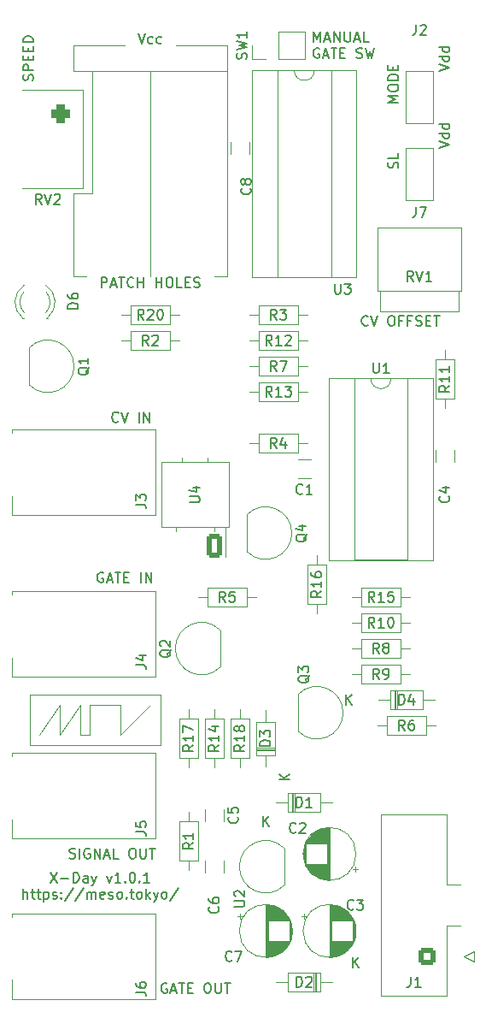
<source format=gto>
G04 #@! TF.GenerationSoftware,KiCad,Pcbnew,(6.0.9)*
G04 #@! TF.CreationDate,2022-12-25T16:52:33+09:00*
G04 #@! TF.ProjectId,musicboxmod,6d757369-6362-46f7-986d-6f642e6b6963,rev?*
G04 #@! TF.SameCoordinates,PX791ddc0PY791ddc0*
G04 #@! TF.FileFunction,Legend,Top*
G04 #@! TF.FilePolarity,Positive*
%FSLAX46Y46*%
G04 Gerber Fmt 4.6, Leading zero omitted, Abs format (unit mm)*
G04 Created by KiCad (PCBNEW (6.0.9)) date 2022-12-25 16:52:33*
%MOMM*%
%LPD*%
G01*
G04 APERTURE LIST*
G04 Aperture macros list*
%AMRoundRect*
0 Rectangle with rounded corners*
0 $1 Rounding radius*
0 $2 $3 $4 $5 $6 $7 $8 $9 X,Y pos of 4 corners*
0 Add a 4 corners polygon primitive as box body*
4,1,4,$2,$3,$4,$5,$6,$7,$8,$9,$2,$3,0*
0 Add four circle primitives for the rounded corners*
1,1,$1+$1,$2,$3*
1,1,$1+$1,$4,$5*
1,1,$1+$1,$6,$7*
1,1,$1+$1,$8,$9*
0 Add four rect primitives between the rounded corners*
20,1,$1+$1,$2,$3,$4,$5,0*
20,1,$1+$1,$4,$5,$6,$7,0*
20,1,$1+$1,$6,$7,$8,$9,0*
20,1,$1+$1,$8,$9,$2,$3,0*%
G04 Aperture macros list end*
%ADD10C,0.120000*%
%ADD11C,0.150000*%
%ADD12C,1.800000*%
%ADD13RoundRect,0.450000X0.450000X0.450000X-0.450000X0.450000X-0.450000X-0.450000X0.450000X-0.450000X0*%
%ADD14R,1.700000X1.700000*%
%ADD15O,1.700000X1.700000*%
%ADD16C,1.600000*%
%ADD17R,1.600000X1.600000*%
%ADD18R,1.500000X1.500000*%
%ADD19O,1.500000X1.500000*%
%ADD20R,1.800000X1.800000*%
%ADD21RoundRect,0.250000X0.600000X0.600000X-0.600000X0.600000X-0.600000X-0.600000X0.600000X-0.600000X0*%
%ADD22C,1.700000*%
%ADD23R,1.300000X1.300000*%
%ADD24C,1.300000*%
%ADD25C,1.400000*%
%ADD26O,1.400000X1.400000*%
%ADD27O,1.600000X1.600000*%
%ADD28RoundRect,0.249630X0.535370X-0.895370X0.535370X0.895370X-0.535370X0.895370X-0.535370X-0.895370X0*%
%ADD29O,1.570000X2.290000*%
%ADD30C,1.440000*%
%ADD31O,1.800000X2.800000*%
G04 APERTURE END LIST*
D10*
X8255000Y91440000D02*
X8255000Y92710000D01*
X8255000Y80645000D02*
X8255000Y91440000D01*
X6350000Y80645000D02*
X8255000Y80645000D01*
X6350000Y72390000D02*
X6350000Y80645000D01*
X8000000Y30000000D02*
X11000000Y30000000D01*
X21590000Y92710000D02*
X21590000Y72390000D01*
X21590000Y72390000D02*
X20320000Y72390000D01*
X11000000Y27000000D02*
X14000000Y30000000D01*
X13970000Y92710000D02*
X13970000Y72390000D01*
X5000000Y27000000D02*
X7000000Y30000000D01*
X15000000Y26000000D02*
X15000000Y31000000D01*
X7000000Y30000000D02*
X7000000Y27000000D01*
X8000000Y27000000D02*
X8000000Y30000000D01*
X21590000Y95250000D02*
X16510000Y95250000D01*
X3000000Y27000000D02*
X5000000Y30000000D01*
X2000000Y31000000D02*
X2000000Y26000000D01*
X2000000Y26000000D02*
X15000000Y26000000D01*
X5000000Y30000000D02*
X5000000Y27000000D01*
X15000000Y31000000D02*
X2000000Y31000000D01*
X6350000Y95250000D02*
X11430000Y95250000D01*
X6350000Y92710000D02*
X6350000Y95250000D01*
X7000000Y27000000D02*
X8000000Y27000000D01*
X7620000Y72390000D02*
X6350000Y72390000D01*
X21590000Y92710000D02*
X21590000Y95250000D01*
X11000000Y30000000D02*
X11000000Y27000000D01*
X21590000Y92710000D02*
X6350000Y92710000D01*
D11*
X42632380Y85121905D02*
X43632380Y85455239D01*
X42632380Y85788572D01*
X43632380Y86550477D02*
X42632380Y86550477D01*
X43584761Y86550477D02*
X43632380Y86455239D01*
X43632380Y86264762D01*
X43584761Y86169524D01*
X43537142Y86121905D01*
X43441904Y86074286D01*
X43156190Y86074286D01*
X43060952Y86121905D01*
X43013333Y86169524D01*
X42965714Y86264762D01*
X42965714Y86455239D01*
X43013333Y86550477D01*
X43632380Y87455239D02*
X42632380Y87455239D01*
X43584761Y87455239D02*
X43632380Y87360000D01*
X43632380Y87169524D01*
X43584761Y87074286D01*
X43537142Y87026667D01*
X43441904Y86979048D01*
X43156190Y86979048D01*
X43060952Y87026667D01*
X43013333Y87074286D01*
X42965714Y87169524D01*
X42965714Y87360000D01*
X43013333Y87455239D01*
X42632380Y92741905D02*
X43632380Y93075239D01*
X42632380Y93408572D01*
X43632380Y94170477D02*
X42632380Y94170477D01*
X43584761Y94170477D02*
X43632380Y94075239D01*
X43632380Y93884762D01*
X43584761Y93789524D01*
X43537142Y93741905D01*
X43441904Y93694286D01*
X43156190Y93694286D01*
X43060952Y93741905D01*
X43013333Y93789524D01*
X42965714Y93884762D01*
X42965714Y94075239D01*
X43013333Y94170477D01*
X43632380Y95075239D02*
X42632380Y95075239D01*
X43584761Y95075239D02*
X43632380Y94980000D01*
X43632380Y94789524D01*
X43584761Y94694286D01*
X43537142Y94646667D01*
X43441904Y94599048D01*
X43156190Y94599048D01*
X43060952Y94646667D01*
X43013333Y94694286D01*
X42965714Y94789524D01*
X42965714Y94980000D01*
X43013333Y95075239D01*
X30180595Y95602620D02*
X30180595Y96602620D01*
X30513928Y95888334D01*
X30847261Y96602620D01*
X30847261Y95602620D01*
X31275833Y95888334D02*
X31752023Y95888334D01*
X31180595Y95602620D02*
X31513928Y96602620D01*
X31847261Y95602620D01*
X32180595Y95602620D02*
X32180595Y96602620D01*
X32752023Y95602620D01*
X32752023Y96602620D01*
X33228214Y96602620D02*
X33228214Y95793096D01*
X33275833Y95697858D01*
X33323452Y95650239D01*
X33418690Y95602620D01*
X33609166Y95602620D01*
X33704404Y95650239D01*
X33752023Y95697858D01*
X33799642Y95793096D01*
X33799642Y96602620D01*
X34228214Y95888334D02*
X34704404Y95888334D01*
X34132976Y95602620D02*
X34466309Y96602620D01*
X34799642Y95602620D01*
X35609166Y95602620D02*
X35132976Y95602620D01*
X35132976Y96602620D01*
X30704404Y94945000D02*
X30609166Y94992620D01*
X30466309Y94992620D01*
X30323452Y94945000D01*
X30228214Y94849762D01*
X30180595Y94754524D01*
X30132976Y94564048D01*
X30132976Y94421191D01*
X30180595Y94230715D01*
X30228214Y94135477D01*
X30323452Y94040239D01*
X30466309Y93992620D01*
X30561547Y93992620D01*
X30704404Y94040239D01*
X30752023Y94087858D01*
X30752023Y94421191D01*
X30561547Y94421191D01*
X31132976Y94278334D02*
X31609166Y94278334D01*
X31037738Y93992620D02*
X31371071Y94992620D01*
X31704404Y93992620D01*
X31894880Y94992620D02*
X32466309Y94992620D01*
X32180595Y93992620D02*
X32180595Y94992620D01*
X32799642Y94516429D02*
X33132976Y94516429D01*
X33275833Y93992620D02*
X32799642Y93992620D01*
X32799642Y94992620D01*
X33275833Y94992620D01*
X34418690Y94040239D02*
X34561547Y93992620D01*
X34799642Y93992620D01*
X34894880Y94040239D01*
X34942500Y94087858D01*
X34990119Y94183096D01*
X34990119Y94278334D01*
X34942500Y94373572D01*
X34894880Y94421191D01*
X34799642Y94468810D01*
X34609166Y94516429D01*
X34513928Y94564048D01*
X34466309Y94611667D01*
X34418690Y94706905D01*
X34418690Y94802143D01*
X34466309Y94897381D01*
X34513928Y94945000D01*
X34609166Y94992620D01*
X34847261Y94992620D01*
X34990119Y94945000D01*
X35323452Y94992620D02*
X35561547Y93992620D01*
X35752023Y94706905D01*
X35942500Y93992620D01*
X36180595Y94992620D01*
X5969523Y14835239D02*
X6112380Y14787620D01*
X6350476Y14787620D01*
X6445714Y14835239D01*
X6493333Y14882858D01*
X6540952Y14978096D01*
X6540952Y15073334D01*
X6493333Y15168572D01*
X6445714Y15216191D01*
X6350476Y15263810D01*
X6160000Y15311429D01*
X6064761Y15359048D01*
X6017142Y15406667D01*
X5969523Y15501905D01*
X5969523Y15597143D01*
X6017142Y15692381D01*
X6064761Y15740000D01*
X6160000Y15787620D01*
X6398095Y15787620D01*
X6540952Y15740000D01*
X6969523Y14787620D02*
X6969523Y15787620D01*
X7969523Y15740000D02*
X7874285Y15787620D01*
X7731428Y15787620D01*
X7588571Y15740000D01*
X7493333Y15644762D01*
X7445714Y15549524D01*
X7398095Y15359048D01*
X7398095Y15216191D01*
X7445714Y15025715D01*
X7493333Y14930477D01*
X7588571Y14835239D01*
X7731428Y14787620D01*
X7826666Y14787620D01*
X7969523Y14835239D01*
X8017142Y14882858D01*
X8017142Y15216191D01*
X7826666Y15216191D01*
X8445714Y14787620D02*
X8445714Y15787620D01*
X9017142Y14787620D01*
X9017142Y15787620D01*
X9445714Y15073334D02*
X9921904Y15073334D01*
X9350476Y14787620D02*
X9683809Y15787620D01*
X10017142Y14787620D01*
X10826666Y14787620D02*
X10350476Y14787620D01*
X10350476Y15787620D01*
X12112380Y15787620D02*
X12302857Y15787620D01*
X12398095Y15740000D01*
X12493333Y15644762D01*
X12540952Y15454286D01*
X12540952Y15120953D01*
X12493333Y14930477D01*
X12398095Y14835239D01*
X12302857Y14787620D01*
X12112380Y14787620D01*
X12017142Y14835239D01*
X11921904Y14930477D01*
X11874285Y15120953D01*
X11874285Y15454286D01*
X11921904Y15644762D01*
X12017142Y15740000D01*
X12112380Y15787620D01*
X12969523Y15787620D02*
X12969523Y14978096D01*
X13017142Y14882858D01*
X13064761Y14835239D01*
X13160000Y14787620D01*
X13350476Y14787620D01*
X13445714Y14835239D01*
X13493333Y14882858D01*
X13540952Y14978096D01*
X13540952Y15787620D01*
X13874285Y15787620D02*
X14445714Y15787620D01*
X14160000Y14787620D02*
X14160000Y15787620D01*
X9287142Y43045000D02*
X9191904Y43092620D01*
X9049047Y43092620D01*
X8906190Y43045000D01*
X8810952Y42949762D01*
X8763333Y42854524D01*
X8715714Y42664048D01*
X8715714Y42521191D01*
X8763333Y42330715D01*
X8810952Y42235477D01*
X8906190Y42140239D01*
X9049047Y42092620D01*
X9144285Y42092620D01*
X9287142Y42140239D01*
X9334761Y42187858D01*
X9334761Y42521191D01*
X9144285Y42521191D01*
X9715714Y42378334D02*
X10191904Y42378334D01*
X9620476Y42092620D02*
X9953809Y43092620D01*
X10287142Y42092620D01*
X10477619Y43092620D02*
X11049047Y43092620D01*
X10763333Y42092620D02*
X10763333Y43092620D01*
X11382380Y42616429D02*
X11715714Y42616429D01*
X11858571Y42092620D02*
X11382380Y42092620D01*
X11382380Y43092620D01*
X11858571Y43092620D01*
X13049047Y42092620D02*
X13049047Y43092620D01*
X13525238Y42092620D02*
X13525238Y43092620D01*
X14096666Y42092620D01*
X14096666Y43092620D01*
X38552380Y89630477D02*
X37552380Y89630477D01*
X38266666Y89963810D01*
X37552380Y90297143D01*
X38552380Y90297143D01*
X37552380Y90963810D02*
X37552380Y91154286D01*
X37600000Y91249524D01*
X37695238Y91344762D01*
X37885714Y91392381D01*
X38219047Y91392381D01*
X38409523Y91344762D01*
X38504761Y91249524D01*
X38552380Y91154286D01*
X38552380Y90963810D01*
X38504761Y90868572D01*
X38409523Y90773334D01*
X38219047Y90725715D01*
X37885714Y90725715D01*
X37695238Y90773334D01*
X37600000Y90868572D01*
X37552380Y90963810D01*
X38552380Y91820953D02*
X37552380Y91820953D01*
X37552380Y92059048D01*
X37600000Y92201905D01*
X37695238Y92297143D01*
X37790476Y92344762D01*
X37980952Y92392381D01*
X38123809Y92392381D01*
X38314285Y92344762D01*
X38409523Y92297143D01*
X38504761Y92201905D01*
X38552380Y92059048D01*
X38552380Y91820953D01*
X38028571Y92820953D02*
X38028571Y93154286D01*
X38552380Y93297143D02*
X38552380Y92820953D01*
X37552380Y92820953D01*
X37552380Y93297143D01*
X2309761Y91789524D02*
X2357380Y91932381D01*
X2357380Y92170477D01*
X2309761Y92265715D01*
X2262142Y92313334D01*
X2166904Y92360953D01*
X2071666Y92360953D01*
X1976428Y92313334D01*
X1928809Y92265715D01*
X1881190Y92170477D01*
X1833571Y91980000D01*
X1785952Y91884762D01*
X1738333Y91837143D01*
X1643095Y91789524D01*
X1547857Y91789524D01*
X1452619Y91837143D01*
X1405000Y91884762D01*
X1357380Y91980000D01*
X1357380Y92218096D01*
X1405000Y92360953D01*
X2357380Y92789524D02*
X1357380Y92789524D01*
X1357380Y93170477D01*
X1405000Y93265715D01*
X1452619Y93313334D01*
X1547857Y93360953D01*
X1690714Y93360953D01*
X1785952Y93313334D01*
X1833571Y93265715D01*
X1881190Y93170477D01*
X1881190Y92789524D01*
X1833571Y93789524D02*
X1833571Y94122858D01*
X2357380Y94265715D02*
X2357380Y93789524D01*
X1357380Y93789524D01*
X1357380Y94265715D01*
X1833571Y94694286D02*
X1833571Y95027620D01*
X2357380Y95170477D02*
X2357380Y94694286D01*
X1357380Y94694286D01*
X1357380Y95170477D01*
X2357380Y95599048D02*
X1357380Y95599048D01*
X1357380Y95837143D01*
X1405000Y95980000D01*
X1500238Y96075239D01*
X1595476Y96122858D01*
X1785952Y96170477D01*
X1928809Y96170477D01*
X2119285Y96122858D01*
X2214523Y96075239D01*
X2309761Y95980000D01*
X2357380Y95837143D01*
X2357380Y95599048D01*
X12779523Y96432620D02*
X13112857Y95432620D01*
X13446190Y96432620D01*
X14208095Y95480239D02*
X14112857Y95432620D01*
X13922380Y95432620D01*
X13827142Y95480239D01*
X13779523Y95527858D01*
X13731904Y95623096D01*
X13731904Y95908810D01*
X13779523Y96004048D01*
X13827142Y96051667D01*
X13922380Y96099286D01*
X14112857Y96099286D01*
X14208095Y96051667D01*
X15065238Y95480239D02*
X14970000Y95432620D01*
X14779523Y95432620D01*
X14684285Y95480239D01*
X14636666Y95527858D01*
X14589047Y95623096D01*
X14589047Y95908810D01*
X14636666Y96004048D01*
X14684285Y96051667D01*
X14779523Y96099286D01*
X14970000Y96099286D01*
X15065238Y96051667D01*
X9112857Y71302620D02*
X9112857Y72302620D01*
X9493809Y72302620D01*
X9589047Y72255000D01*
X9636666Y72207381D01*
X9684285Y72112143D01*
X9684285Y71969286D01*
X9636666Y71874048D01*
X9589047Y71826429D01*
X9493809Y71778810D01*
X9112857Y71778810D01*
X10065238Y71588334D02*
X10541428Y71588334D01*
X9970000Y71302620D02*
X10303333Y72302620D01*
X10636666Y71302620D01*
X10827142Y72302620D02*
X11398571Y72302620D01*
X11112857Y71302620D02*
X11112857Y72302620D01*
X12303333Y71397858D02*
X12255714Y71350239D01*
X12112857Y71302620D01*
X12017619Y71302620D01*
X11874761Y71350239D01*
X11779523Y71445477D01*
X11731904Y71540715D01*
X11684285Y71731191D01*
X11684285Y71874048D01*
X11731904Y72064524D01*
X11779523Y72159762D01*
X11874761Y72255000D01*
X12017619Y72302620D01*
X12112857Y72302620D01*
X12255714Y72255000D01*
X12303333Y72207381D01*
X12731904Y71302620D02*
X12731904Y72302620D01*
X12731904Y71826429D02*
X13303333Y71826429D01*
X13303333Y71302620D02*
X13303333Y72302620D01*
X14541428Y71302620D02*
X14541428Y72302620D01*
X14541428Y71826429D02*
X15112857Y71826429D01*
X15112857Y71302620D02*
X15112857Y72302620D01*
X15779523Y72302620D02*
X15970000Y72302620D01*
X16065238Y72255000D01*
X16160476Y72159762D01*
X16208095Y71969286D01*
X16208095Y71635953D01*
X16160476Y71445477D01*
X16065238Y71350239D01*
X15970000Y71302620D01*
X15779523Y71302620D01*
X15684285Y71350239D01*
X15589047Y71445477D01*
X15541428Y71635953D01*
X15541428Y71969286D01*
X15589047Y72159762D01*
X15684285Y72255000D01*
X15779523Y72302620D01*
X17112857Y71302620D02*
X16636666Y71302620D01*
X16636666Y72302620D01*
X17446190Y71826429D02*
X17779523Y71826429D01*
X17922380Y71302620D02*
X17446190Y71302620D01*
X17446190Y72302620D01*
X17922380Y72302620D01*
X18303333Y71350239D02*
X18446190Y71302620D01*
X18684285Y71302620D01*
X18779523Y71350239D01*
X18827142Y71397858D01*
X18874761Y71493096D01*
X18874761Y71588334D01*
X18827142Y71683572D01*
X18779523Y71731191D01*
X18684285Y71778810D01*
X18493809Y71826429D01*
X18398571Y71874048D01*
X18350952Y71921667D01*
X18303333Y72016905D01*
X18303333Y72112143D01*
X18350952Y72207381D01*
X18398571Y72255000D01*
X18493809Y72302620D01*
X18731904Y72302620D01*
X18874761Y72255000D01*
X15605476Y2405000D02*
X15510238Y2452620D01*
X15367380Y2452620D01*
X15224523Y2405000D01*
X15129285Y2309762D01*
X15081666Y2214524D01*
X15034047Y2024048D01*
X15034047Y1881191D01*
X15081666Y1690715D01*
X15129285Y1595477D01*
X15224523Y1500239D01*
X15367380Y1452620D01*
X15462619Y1452620D01*
X15605476Y1500239D01*
X15653095Y1547858D01*
X15653095Y1881191D01*
X15462619Y1881191D01*
X16034047Y1738334D02*
X16510238Y1738334D01*
X15938809Y1452620D02*
X16272142Y2452620D01*
X16605476Y1452620D01*
X16795952Y2452620D02*
X17367380Y2452620D01*
X17081666Y1452620D02*
X17081666Y2452620D01*
X17700714Y1976429D02*
X18034047Y1976429D01*
X18176904Y1452620D02*
X17700714Y1452620D01*
X17700714Y2452620D01*
X18176904Y2452620D01*
X19557857Y2452620D02*
X19748333Y2452620D01*
X19843571Y2405000D01*
X19938809Y2309762D01*
X19986428Y2119286D01*
X19986428Y1785953D01*
X19938809Y1595477D01*
X19843571Y1500239D01*
X19748333Y1452620D01*
X19557857Y1452620D01*
X19462619Y1500239D01*
X19367380Y1595477D01*
X19319761Y1785953D01*
X19319761Y2119286D01*
X19367380Y2309762D01*
X19462619Y2405000D01*
X19557857Y2452620D01*
X20415000Y2452620D02*
X20415000Y1643096D01*
X20462619Y1547858D01*
X20510238Y1500239D01*
X20605476Y1452620D01*
X20795952Y1452620D01*
X20891190Y1500239D01*
X20938809Y1547858D01*
X20986428Y1643096D01*
X20986428Y2452620D01*
X21319761Y2452620D02*
X21891190Y2452620D01*
X21605476Y1452620D02*
X21605476Y2452620D01*
X4047619Y13417620D02*
X4714285Y12417620D01*
X4714285Y13417620D02*
X4047619Y12417620D01*
X5095238Y12798572D02*
X5857142Y12798572D01*
X6333333Y12417620D02*
X6333333Y13417620D01*
X6571428Y13417620D01*
X6714285Y13370000D01*
X6809523Y13274762D01*
X6857142Y13179524D01*
X6904761Y12989048D01*
X6904761Y12846191D01*
X6857142Y12655715D01*
X6809523Y12560477D01*
X6714285Y12465239D01*
X6571428Y12417620D01*
X6333333Y12417620D01*
X7761904Y12417620D02*
X7761904Y12941429D01*
X7714285Y13036667D01*
X7619047Y13084286D01*
X7428571Y13084286D01*
X7333333Y13036667D01*
X7761904Y12465239D02*
X7666666Y12417620D01*
X7428571Y12417620D01*
X7333333Y12465239D01*
X7285714Y12560477D01*
X7285714Y12655715D01*
X7333333Y12750953D01*
X7428571Y12798572D01*
X7666666Y12798572D01*
X7761904Y12846191D01*
X8142857Y13084286D02*
X8380952Y12417620D01*
X8619047Y13084286D02*
X8380952Y12417620D01*
X8285714Y12179524D01*
X8238095Y12131905D01*
X8142857Y12084286D01*
X9666666Y13084286D02*
X9904761Y12417620D01*
X10142857Y13084286D01*
X11047619Y12417620D02*
X10476190Y12417620D01*
X10761904Y12417620D02*
X10761904Y13417620D01*
X10666666Y13274762D01*
X10571428Y13179524D01*
X10476190Y13131905D01*
X11476190Y12512858D02*
X11523809Y12465239D01*
X11476190Y12417620D01*
X11428571Y12465239D01*
X11476190Y12512858D01*
X11476190Y12417620D01*
X12142857Y13417620D02*
X12238095Y13417620D01*
X12333333Y13370000D01*
X12380952Y13322381D01*
X12428571Y13227143D01*
X12476190Y13036667D01*
X12476190Y12798572D01*
X12428571Y12608096D01*
X12380952Y12512858D01*
X12333333Y12465239D01*
X12238095Y12417620D01*
X12142857Y12417620D01*
X12047619Y12465239D01*
X12000000Y12512858D01*
X11952380Y12608096D01*
X11904761Y12798572D01*
X11904761Y13036667D01*
X11952380Y13227143D01*
X12000000Y13322381D01*
X12047619Y13370000D01*
X12142857Y13417620D01*
X12904761Y12512858D02*
X12952380Y12465239D01*
X12904761Y12417620D01*
X12857142Y12465239D01*
X12904761Y12512858D01*
X12904761Y12417620D01*
X13904761Y12417620D02*
X13333333Y12417620D01*
X13619047Y12417620D02*
X13619047Y13417620D01*
X13523809Y13274762D01*
X13428571Y13179524D01*
X13333333Y13131905D01*
X1380952Y10807620D02*
X1380952Y11807620D01*
X1809523Y10807620D02*
X1809523Y11331429D01*
X1761904Y11426667D01*
X1666666Y11474286D01*
X1523809Y11474286D01*
X1428571Y11426667D01*
X1380952Y11379048D01*
X2142857Y11474286D02*
X2523809Y11474286D01*
X2285714Y11807620D02*
X2285714Y10950477D01*
X2333333Y10855239D01*
X2428571Y10807620D01*
X2523809Y10807620D01*
X2714285Y11474286D02*
X3095238Y11474286D01*
X2857142Y11807620D02*
X2857142Y10950477D01*
X2904761Y10855239D01*
X3000000Y10807620D01*
X3095238Y10807620D01*
X3428571Y11474286D02*
X3428571Y10474286D01*
X3428571Y11426667D02*
X3523809Y11474286D01*
X3714285Y11474286D01*
X3809523Y11426667D01*
X3857142Y11379048D01*
X3904761Y11283810D01*
X3904761Y10998096D01*
X3857142Y10902858D01*
X3809523Y10855239D01*
X3714285Y10807620D01*
X3523809Y10807620D01*
X3428571Y10855239D01*
X4285714Y10855239D02*
X4380952Y10807620D01*
X4571428Y10807620D01*
X4666666Y10855239D01*
X4714285Y10950477D01*
X4714285Y10998096D01*
X4666666Y11093334D01*
X4571428Y11140953D01*
X4428571Y11140953D01*
X4333333Y11188572D01*
X4285714Y11283810D01*
X4285714Y11331429D01*
X4333333Y11426667D01*
X4428571Y11474286D01*
X4571428Y11474286D01*
X4666666Y11426667D01*
X5142857Y10902858D02*
X5190476Y10855239D01*
X5142857Y10807620D01*
X5095238Y10855239D01*
X5142857Y10902858D01*
X5142857Y10807620D01*
X5142857Y11426667D02*
X5190476Y11379048D01*
X5142857Y11331429D01*
X5095238Y11379048D01*
X5142857Y11426667D01*
X5142857Y11331429D01*
X6333333Y11855239D02*
X5476190Y10569524D01*
X7380952Y11855239D02*
X6523809Y10569524D01*
X7714285Y10807620D02*
X7714285Y11474286D01*
X7714285Y11379048D02*
X7761904Y11426667D01*
X7857142Y11474286D01*
X8000000Y11474286D01*
X8095238Y11426667D01*
X8142857Y11331429D01*
X8142857Y10807620D01*
X8142857Y11331429D02*
X8190476Y11426667D01*
X8285714Y11474286D01*
X8428571Y11474286D01*
X8523809Y11426667D01*
X8571428Y11331429D01*
X8571428Y10807620D01*
X9428571Y10855239D02*
X9333333Y10807620D01*
X9142857Y10807620D01*
X9047619Y10855239D01*
X9000000Y10950477D01*
X9000000Y11331429D01*
X9047619Y11426667D01*
X9142857Y11474286D01*
X9333333Y11474286D01*
X9428571Y11426667D01*
X9476190Y11331429D01*
X9476190Y11236191D01*
X9000000Y11140953D01*
X9857142Y10855239D02*
X9952380Y10807620D01*
X10142857Y10807620D01*
X10238095Y10855239D01*
X10285714Y10950477D01*
X10285714Y10998096D01*
X10238095Y11093334D01*
X10142857Y11140953D01*
X10000000Y11140953D01*
X9904761Y11188572D01*
X9857142Y11283810D01*
X9857142Y11331429D01*
X9904761Y11426667D01*
X10000000Y11474286D01*
X10142857Y11474286D01*
X10238095Y11426667D01*
X10857142Y10807620D02*
X10761904Y10855239D01*
X10714285Y10902858D01*
X10666666Y10998096D01*
X10666666Y11283810D01*
X10714285Y11379048D01*
X10761904Y11426667D01*
X10857142Y11474286D01*
X11000000Y11474286D01*
X11095238Y11426667D01*
X11142857Y11379048D01*
X11190476Y11283810D01*
X11190476Y10998096D01*
X11142857Y10902858D01*
X11095238Y10855239D01*
X11000000Y10807620D01*
X10857142Y10807620D01*
X11619047Y10902858D02*
X11666666Y10855239D01*
X11619047Y10807620D01*
X11571428Y10855239D01*
X11619047Y10902858D01*
X11619047Y10807620D01*
X11952380Y11474286D02*
X12333333Y11474286D01*
X12095238Y11807620D02*
X12095238Y10950477D01*
X12142857Y10855239D01*
X12238095Y10807620D01*
X12333333Y10807620D01*
X12809523Y10807620D02*
X12714285Y10855239D01*
X12666666Y10902858D01*
X12619047Y10998096D01*
X12619047Y11283810D01*
X12666666Y11379048D01*
X12714285Y11426667D01*
X12809523Y11474286D01*
X12952380Y11474286D01*
X13047619Y11426667D01*
X13095238Y11379048D01*
X13142857Y11283810D01*
X13142857Y10998096D01*
X13095238Y10902858D01*
X13047619Y10855239D01*
X12952380Y10807620D01*
X12809523Y10807620D01*
X13571428Y10807620D02*
X13571428Y11807620D01*
X13666666Y11188572D02*
X13952380Y10807620D01*
X13952380Y11474286D02*
X13571428Y11093334D01*
X14285714Y11474286D02*
X14523809Y10807620D01*
X14761904Y11474286D02*
X14523809Y10807620D01*
X14428571Y10569524D01*
X14380952Y10521905D01*
X14285714Y10474286D01*
X15285714Y10807620D02*
X15190476Y10855239D01*
X15142857Y10902858D01*
X15095238Y10998096D01*
X15095238Y11283810D01*
X15142857Y11379048D01*
X15190476Y11426667D01*
X15285714Y11474286D01*
X15428571Y11474286D01*
X15523809Y11426667D01*
X15571428Y11379048D01*
X15619047Y11283810D01*
X15619047Y10998096D01*
X15571428Y10902858D01*
X15523809Y10855239D01*
X15428571Y10807620D01*
X15285714Y10807620D01*
X16761904Y11855239D02*
X15904761Y10569524D01*
X10803095Y58062858D02*
X10755476Y58015239D01*
X10612619Y57967620D01*
X10517380Y57967620D01*
X10374523Y58015239D01*
X10279285Y58110477D01*
X10231666Y58205715D01*
X10184047Y58396191D01*
X10184047Y58539048D01*
X10231666Y58729524D01*
X10279285Y58824762D01*
X10374523Y58920000D01*
X10517380Y58967620D01*
X10612619Y58967620D01*
X10755476Y58920000D01*
X10803095Y58872381D01*
X11088809Y58967620D02*
X11422142Y57967620D01*
X11755476Y58967620D01*
X12850714Y57967620D02*
X12850714Y58967620D01*
X13326904Y57967620D02*
X13326904Y58967620D01*
X13898333Y57967620D01*
X13898333Y58967620D01*
X38504761Y83129524D02*
X38552380Y83272381D01*
X38552380Y83510477D01*
X38504761Y83605715D01*
X38457142Y83653334D01*
X38361904Y83700953D01*
X38266666Y83700953D01*
X38171428Y83653334D01*
X38123809Y83605715D01*
X38076190Y83510477D01*
X38028571Y83320000D01*
X37980952Y83224762D01*
X37933333Y83177143D01*
X37838095Y83129524D01*
X37742857Y83129524D01*
X37647619Y83177143D01*
X37600000Y83224762D01*
X37552380Y83320000D01*
X37552380Y83558096D01*
X37600000Y83700953D01*
X38552380Y84605715D02*
X38552380Y84129524D01*
X37552380Y84129524D01*
X35544523Y67587858D02*
X35496904Y67540239D01*
X35354047Y67492620D01*
X35258809Y67492620D01*
X35115952Y67540239D01*
X35020714Y67635477D01*
X34973095Y67730715D01*
X34925476Y67921191D01*
X34925476Y68064048D01*
X34973095Y68254524D01*
X35020714Y68349762D01*
X35115952Y68445000D01*
X35258809Y68492620D01*
X35354047Y68492620D01*
X35496904Y68445000D01*
X35544523Y68397381D01*
X35830238Y68492620D02*
X36163571Y67492620D01*
X36496904Y68492620D01*
X37782619Y68492620D02*
X37973095Y68492620D01*
X38068333Y68445000D01*
X38163571Y68349762D01*
X38211190Y68159286D01*
X38211190Y67825953D01*
X38163571Y67635477D01*
X38068333Y67540239D01*
X37973095Y67492620D01*
X37782619Y67492620D01*
X37687380Y67540239D01*
X37592142Y67635477D01*
X37544523Y67825953D01*
X37544523Y68159286D01*
X37592142Y68349762D01*
X37687380Y68445000D01*
X37782619Y68492620D01*
X38973095Y68016429D02*
X38639761Y68016429D01*
X38639761Y67492620D02*
X38639761Y68492620D01*
X39115952Y68492620D01*
X39830238Y68016429D02*
X39496904Y68016429D01*
X39496904Y67492620D02*
X39496904Y68492620D01*
X39973095Y68492620D01*
X40306428Y67540239D02*
X40449285Y67492620D01*
X40687380Y67492620D01*
X40782619Y67540239D01*
X40830238Y67587858D01*
X40877857Y67683096D01*
X40877857Y67778334D01*
X40830238Y67873572D01*
X40782619Y67921191D01*
X40687380Y67968810D01*
X40496904Y68016429D01*
X40401666Y68064048D01*
X40354047Y68111667D01*
X40306428Y68206905D01*
X40306428Y68302143D01*
X40354047Y68397381D01*
X40401666Y68445000D01*
X40496904Y68492620D01*
X40735000Y68492620D01*
X40877857Y68445000D01*
X41306428Y68016429D02*
X41639761Y68016429D01*
X41782619Y67492620D02*
X41306428Y67492620D01*
X41306428Y68492620D01*
X41782619Y68492620D01*
X42068333Y68492620D02*
X42639761Y68492620D01*
X42354047Y67492620D02*
X42354047Y68492620D01*
G04 #@! TO.C,RV2*
X3214761Y79557620D02*
X2881428Y80033810D01*
X2643333Y79557620D02*
X2643333Y80557620D01*
X3024285Y80557620D01*
X3119523Y80510000D01*
X3167142Y80462381D01*
X3214761Y80367143D01*
X3214761Y80224286D01*
X3167142Y80129048D01*
X3119523Y80081429D01*
X3024285Y80033810D01*
X2643333Y80033810D01*
X3500476Y80557620D02*
X3833809Y79557620D01*
X4167142Y80557620D01*
X4452857Y80462381D02*
X4500476Y80510000D01*
X4595714Y80557620D01*
X4833809Y80557620D01*
X4929047Y80510000D01*
X4976666Y80462381D01*
X5024285Y80367143D01*
X5024285Y80271905D01*
X4976666Y80129048D01*
X4405238Y79557620D01*
X5024285Y79557620D01*
G04 #@! TO.C,C1*
X29063333Y50932858D02*
X29015714Y50885239D01*
X28872857Y50837620D01*
X28777619Y50837620D01*
X28634761Y50885239D01*
X28539523Y50980477D01*
X28491904Y51075715D01*
X28444285Y51266191D01*
X28444285Y51409048D01*
X28491904Y51599524D01*
X28539523Y51694762D01*
X28634761Y51790000D01*
X28777619Y51837620D01*
X28872857Y51837620D01*
X29015714Y51790000D01*
X29063333Y51742381D01*
X30015714Y50837620D02*
X29444285Y50837620D01*
X29730000Y50837620D02*
X29730000Y51837620D01*
X29634761Y51694762D01*
X29539523Y51599524D01*
X29444285Y51551905D01*
G04 #@! TO.C,C3*
X34123333Y9802858D02*
X34075714Y9755239D01*
X33932857Y9707620D01*
X33837619Y9707620D01*
X33694761Y9755239D01*
X33599523Y9850477D01*
X33551904Y9945715D01*
X33504285Y10136191D01*
X33504285Y10279048D01*
X33551904Y10469524D01*
X33599523Y10564762D01*
X33694761Y10660000D01*
X33837619Y10707620D01*
X33932857Y10707620D01*
X34075714Y10660000D01*
X34123333Y10612381D01*
X34456666Y10707620D02*
X35075714Y10707620D01*
X34742380Y10326667D01*
X34885238Y10326667D01*
X34980476Y10279048D01*
X35028095Y10231429D01*
X35075714Y10136191D01*
X35075714Y9898096D01*
X35028095Y9802858D01*
X34980476Y9755239D01*
X34885238Y9707620D01*
X34599523Y9707620D01*
X34504285Y9755239D01*
X34456666Y9802858D01*
G04 #@! TO.C,C4*
X43537142Y50633334D02*
X43584761Y50585715D01*
X43632380Y50442858D01*
X43632380Y50347620D01*
X43584761Y50204762D01*
X43489523Y50109524D01*
X43394285Y50061905D01*
X43203809Y50014286D01*
X43060952Y50014286D01*
X42870476Y50061905D01*
X42775238Y50109524D01*
X42680000Y50204762D01*
X42632380Y50347620D01*
X42632380Y50442858D01*
X42680000Y50585715D01*
X42727619Y50633334D01*
X42965714Y51490477D02*
X43632380Y51490477D01*
X42584761Y51252381D02*
X43299047Y51014286D01*
X43299047Y51633334D01*
G04 #@! TO.C,C5*
X22582142Y18903334D02*
X22629761Y18855715D01*
X22677380Y18712858D01*
X22677380Y18617620D01*
X22629761Y18474762D01*
X22534523Y18379524D01*
X22439285Y18331905D01*
X22248809Y18284286D01*
X22105952Y18284286D01*
X21915476Y18331905D01*
X21820238Y18379524D01*
X21725000Y18474762D01*
X21677380Y18617620D01*
X21677380Y18712858D01*
X21725000Y18855715D01*
X21772619Y18903334D01*
X21677380Y19808096D02*
X21677380Y19331905D01*
X22153571Y19284286D01*
X22105952Y19331905D01*
X22058333Y19427143D01*
X22058333Y19665239D01*
X22105952Y19760477D01*
X22153571Y19808096D01*
X22248809Y19855715D01*
X22486904Y19855715D01*
X22582142Y19808096D01*
X22629761Y19760477D01*
X22677380Y19665239D01*
X22677380Y19427143D01*
X22629761Y19331905D01*
X22582142Y19284286D01*
G04 #@! TO.C,C7*
X22058333Y4722858D02*
X22010714Y4675239D01*
X21867857Y4627620D01*
X21772619Y4627620D01*
X21629761Y4675239D01*
X21534523Y4770477D01*
X21486904Y4865715D01*
X21439285Y5056191D01*
X21439285Y5199048D01*
X21486904Y5389524D01*
X21534523Y5484762D01*
X21629761Y5580000D01*
X21772619Y5627620D01*
X21867857Y5627620D01*
X22010714Y5580000D01*
X22058333Y5532381D01*
X22391666Y5627620D02*
X23058333Y5627620D01*
X22629761Y4627620D01*
G04 #@! TO.C,C8*
X23852142Y81113334D02*
X23899761Y81065715D01*
X23947380Y80922858D01*
X23947380Y80827620D01*
X23899761Y80684762D01*
X23804523Y80589524D01*
X23709285Y80541905D01*
X23518809Y80494286D01*
X23375952Y80494286D01*
X23185476Y80541905D01*
X23090238Y80589524D01*
X22995000Y80684762D01*
X22947380Y80827620D01*
X22947380Y80922858D01*
X22995000Y81065715D01*
X23042619Y81113334D01*
X23375952Y81684762D02*
X23328333Y81589524D01*
X23280714Y81541905D01*
X23185476Y81494286D01*
X23137857Y81494286D01*
X23042619Y81541905D01*
X22995000Y81589524D01*
X22947380Y81684762D01*
X22947380Y81875239D01*
X22995000Y81970477D01*
X23042619Y82018096D01*
X23137857Y82065715D01*
X23185476Y82065715D01*
X23280714Y82018096D01*
X23328333Y81970477D01*
X23375952Y81875239D01*
X23375952Y81684762D01*
X23423571Y81589524D01*
X23471190Y81541905D01*
X23566428Y81494286D01*
X23756904Y81494286D01*
X23852142Y81541905D01*
X23899761Y81589524D01*
X23947380Y81684762D01*
X23947380Y81875239D01*
X23899761Y81970477D01*
X23852142Y82018096D01*
X23756904Y82065715D01*
X23566428Y82065715D01*
X23471190Y82018096D01*
X23423571Y81970477D01*
X23375952Y81875239D01*
G04 #@! TO.C,D1*
X28471904Y19867620D02*
X28471904Y20867620D01*
X28710000Y20867620D01*
X28852857Y20820000D01*
X28948095Y20724762D01*
X28995714Y20629524D01*
X29043333Y20439048D01*
X29043333Y20296191D01*
X28995714Y20105715D01*
X28948095Y20010477D01*
X28852857Y19915239D01*
X28710000Y19867620D01*
X28471904Y19867620D01*
X29995714Y19867620D02*
X29424285Y19867620D01*
X29710000Y19867620D02*
X29710000Y20867620D01*
X29614761Y20724762D01*
X29519523Y20629524D01*
X29424285Y20581905D01*
X25138095Y17962620D02*
X25138095Y18962620D01*
X25709523Y17962620D02*
X25280952Y18534048D01*
X25709523Y18962620D02*
X25138095Y18391191D01*
G04 #@! TO.C,D2*
X28471904Y2087620D02*
X28471904Y3087620D01*
X28710000Y3087620D01*
X28852857Y3040000D01*
X28948095Y2944762D01*
X28995714Y2849524D01*
X29043333Y2659048D01*
X29043333Y2516191D01*
X28995714Y2325715D01*
X28948095Y2230477D01*
X28852857Y2135239D01*
X28710000Y2087620D01*
X28471904Y2087620D01*
X29424285Y2992381D02*
X29471904Y3040000D01*
X29567142Y3087620D01*
X29805238Y3087620D01*
X29900476Y3040000D01*
X29948095Y2992381D01*
X29995714Y2897143D01*
X29995714Y2801905D01*
X29948095Y2659048D01*
X29376666Y2087620D01*
X29995714Y2087620D01*
X34028095Y3992620D02*
X34028095Y4992620D01*
X34599523Y3992620D02*
X34170952Y4564048D01*
X34599523Y4992620D02*
X34028095Y4421191D01*
G04 #@! TO.C,D3*
X25852380Y25931905D02*
X24852380Y25931905D01*
X24852380Y26170000D01*
X24900000Y26312858D01*
X24995238Y26408096D01*
X25090476Y26455715D01*
X25280952Y26503334D01*
X25423809Y26503334D01*
X25614285Y26455715D01*
X25709523Y26408096D01*
X25804761Y26312858D01*
X25852380Y26170000D01*
X25852380Y25931905D01*
X24852380Y26836667D02*
X24852380Y27455715D01*
X25233333Y27122381D01*
X25233333Y27265239D01*
X25280952Y27360477D01*
X25328571Y27408096D01*
X25423809Y27455715D01*
X25661904Y27455715D01*
X25757142Y27408096D01*
X25804761Y27360477D01*
X25852380Y27265239D01*
X25852380Y26979524D01*
X25804761Y26884286D01*
X25757142Y26836667D01*
X27757380Y22598096D02*
X26757380Y22598096D01*
X27757380Y23169524D02*
X27185952Y22740953D01*
X26757380Y23169524D02*
X27328809Y22598096D01*
G04 #@! TO.C,D6*
X6802380Y69208392D02*
X5802380Y69208392D01*
X5802380Y69446487D01*
X5850000Y69589345D01*
X5945238Y69684583D01*
X6040476Y69732202D01*
X6230952Y69779821D01*
X6373809Y69779821D01*
X6564285Y69732202D01*
X6659523Y69684583D01*
X6754761Y69589345D01*
X6802380Y69446487D01*
X6802380Y69208392D01*
X5802380Y70636964D02*
X5802380Y70446487D01*
X5850000Y70351249D01*
X5897619Y70303630D01*
X6040476Y70208392D01*
X6230952Y70160773D01*
X6611904Y70160773D01*
X6707142Y70208392D01*
X6754761Y70256011D01*
X6802380Y70351249D01*
X6802380Y70541726D01*
X6754761Y70636964D01*
X6707142Y70684583D01*
X6611904Y70732202D01*
X6373809Y70732202D01*
X6278571Y70684583D01*
X6230952Y70636964D01*
X6183333Y70541726D01*
X6183333Y70351249D01*
X6230952Y70256011D01*
X6278571Y70208392D01*
X6373809Y70160773D01*
G04 #@! TO.C,J1*
X39789166Y3087620D02*
X39789166Y2373334D01*
X39741547Y2230477D01*
X39646309Y2135239D01*
X39503452Y2087620D01*
X39408214Y2087620D01*
X40789166Y2087620D02*
X40217738Y2087620D01*
X40503452Y2087620D02*
X40503452Y3087620D01*
X40408214Y2944762D01*
X40312976Y2849524D01*
X40217738Y2801905D01*
G04 #@! TO.C,Q2*
X16037619Y35464762D02*
X15990000Y35369524D01*
X15894761Y35274286D01*
X15751904Y35131429D01*
X15704285Y35036191D01*
X15704285Y34940953D01*
X15942380Y34988572D02*
X15894761Y34893334D01*
X15799523Y34798096D01*
X15609047Y34750477D01*
X15275714Y34750477D01*
X15085238Y34798096D01*
X14990000Y34893334D01*
X14942380Y34988572D01*
X14942380Y35179048D01*
X14990000Y35274286D01*
X15085238Y35369524D01*
X15275714Y35417143D01*
X15609047Y35417143D01*
X15799523Y35369524D01*
X15894761Y35274286D01*
X15942380Y35179048D01*
X15942380Y34988572D01*
X15037619Y35798096D02*
X14990000Y35845715D01*
X14942380Y35940953D01*
X14942380Y36179048D01*
X14990000Y36274286D01*
X15037619Y36321905D01*
X15132857Y36369524D01*
X15228095Y36369524D01*
X15370952Y36321905D01*
X15942380Y35750477D01*
X15942380Y36369524D01*
G04 #@! TO.C,R1*
X18232380Y16343334D02*
X17756190Y16010000D01*
X18232380Y15771905D02*
X17232380Y15771905D01*
X17232380Y16152858D01*
X17280000Y16248096D01*
X17327619Y16295715D01*
X17422857Y16343334D01*
X17565714Y16343334D01*
X17660952Y16295715D01*
X17708571Y16248096D01*
X17756190Y16152858D01*
X17756190Y15771905D01*
X18232380Y17295715D02*
X18232380Y16724286D01*
X18232380Y17010000D02*
X17232380Y17010000D01*
X17375238Y16914762D01*
X17470476Y16819524D01*
X17518095Y16724286D01*
G04 #@! TO.C,R2*
X13803333Y65587620D02*
X13470000Y66063810D01*
X13231904Y65587620D02*
X13231904Y66587620D01*
X13612857Y66587620D01*
X13708095Y66540000D01*
X13755714Y66492381D01*
X13803333Y66397143D01*
X13803333Y66254286D01*
X13755714Y66159048D01*
X13708095Y66111429D01*
X13612857Y66063810D01*
X13231904Y66063810D01*
X14184285Y66492381D02*
X14231904Y66540000D01*
X14327142Y66587620D01*
X14565238Y66587620D01*
X14660476Y66540000D01*
X14708095Y66492381D01*
X14755714Y66397143D01*
X14755714Y66301905D01*
X14708095Y66159048D01*
X14136666Y65587620D01*
X14755714Y65587620D01*
G04 #@! TO.C,R3*
X26503333Y68127620D02*
X26170000Y68603810D01*
X25931904Y68127620D02*
X25931904Y69127620D01*
X26312857Y69127620D01*
X26408095Y69080000D01*
X26455714Y69032381D01*
X26503333Y68937143D01*
X26503333Y68794286D01*
X26455714Y68699048D01*
X26408095Y68651429D01*
X26312857Y68603810D01*
X25931904Y68603810D01*
X26836666Y69127620D02*
X27455714Y69127620D01*
X27122380Y68746667D01*
X27265238Y68746667D01*
X27360476Y68699048D01*
X27408095Y68651429D01*
X27455714Y68556191D01*
X27455714Y68318096D01*
X27408095Y68222858D01*
X27360476Y68175239D01*
X27265238Y68127620D01*
X26979523Y68127620D01*
X26884285Y68175239D01*
X26836666Y68222858D01*
G04 #@! TO.C,R4*
X26503333Y55427620D02*
X26170000Y55903810D01*
X25931904Y55427620D02*
X25931904Y56427620D01*
X26312857Y56427620D01*
X26408095Y56380000D01*
X26455714Y56332381D01*
X26503333Y56237143D01*
X26503333Y56094286D01*
X26455714Y55999048D01*
X26408095Y55951429D01*
X26312857Y55903810D01*
X25931904Y55903810D01*
X27360476Y56094286D02*
X27360476Y55427620D01*
X27122380Y56475239D02*
X26884285Y55760953D01*
X27503333Y55760953D01*
G04 #@! TO.C,R5*
X21423333Y40187620D02*
X21090000Y40663810D01*
X20851904Y40187620D02*
X20851904Y41187620D01*
X21232857Y41187620D01*
X21328095Y41140000D01*
X21375714Y41092381D01*
X21423333Y40997143D01*
X21423333Y40854286D01*
X21375714Y40759048D01*
X21328095Y40711429D01*
X21232857Y40663810D01*
X20851904Y40663810D01*
X22328095Y41187620D02*
X21851904Y41187620D01*
X21804285Y40711429D01*
X21851904Y40759048D01*
X21947142Y40806667D01*
X22185238Y40806667D01*
X22280476Y40759048D01*
X22328095Y40711429D01*
X22375714Y40616191D01*
X22375714Y40378096D01*
X22328095Y40282858D01*
X22280476Y40235239D01*
X22185238Y40187620D01*
X21947142Y40187620D01*
X21851904Y40235239D01*
X21804285Y40282858D01*
G04 #@! TO.C,R10*
X36187142Y37647620D02*
X35853809Y38123810D01*
X35615714Y37647620D02*
X35615714Y38647620D01*
X35996666Y38647620D01*
X36091904Y38600000D01*
X36139523Y38552381D01*
X36187142Y38457143D01*
X36187142Y38314286D01*
X36139523Y38219048D01*
X36091904Y38171429D01*
X35996666Y38123810D01*
X35615714Y38123810D01*
X37139523Y37647620D02*
X36568095Y37647620D01*
X36853809Y37647620D02*
X36853809Y38647620D01*
X36758571Y38504762D01*
X36663333Y38409524D01*
X36568095Y38361905D01*
X37758571Y38647620D02*
X37853809Y38647620D01*
X37949047Y38600000D01*
X37996666Y38552381D01*
X38044285Y38457143D01*
X38091904Y38266667D01*
X38091904Y38028572D01*
X38044285Y37838096D01*
X37996666Y37742858D01*
X37949047Y37695239D01*
X37853809Y37647620D01*
X37758571Y37647620D01*
X37663333Y37695239D01*
X37615714Y37742858D01*
X37568095Y37838096D01*
X37520476Y38028572D01*
X37520476Y38266667D01*
X37568095Y38457143D01*
X37615714Y38552381D01*
X37663333Y38600000D01*
X37758571Y38647620D01*
G04 #@! TO.C,R11*
X43632380Y61587143D02*
X43156190Y61253810D01*
X43632380Y61015715D02*
X42632380Y61015715D01*
X42632380Y61396667D01*
X42680000Y61491905D01*
X42727619Y61539524D01*
X42822857Y61587143D01*
X42965714Y61587143D01*
X43060952Y61539524D01*
X43108571Y61491905D01*
X43156190Y61396667D01*
X43156190Y61015715D01*
X43632380Y62539524D02*
X43632380Y61968096D01*
X43632380Y62253810D02*
X42632380Y62253810D01*
X42775238Y62158572D01*
X42870476Y62063334D01*
X42918095Y61968096D01*
X43632380Y63491905D02*
X43632380Y62920477D01*
X43632380Y63206191D02*
X42632380Y63206191D01*
X42775238Y63110953D01*
X42870476Y63015715D01*
X42918095Y62920477D01*
G04 #@! TO.C,R13*
X26027142Y60507620D02*
X25693809Y60983810D01*
X25455714Y60507620D02*
X25455714Y61507620D01*
X25836666Y61507620D01*
X25931904Y61460000D01*
X25979523Y61412381D01*
X26027142Y61317143D01*
X26027142Y61174286D01*
X25979523Y61079048D01*
X25931904Y61031429D01*
X25836666Y60983810D01*
X25455714Y60983810D01*
X26979523Y60507620D02*
X26408095Y60507620D01*
X26693809Y60507620D02*
X26693809Y61507620D01*
X26598571Y61364762D01*
X26503333Y61269524D01*
X26408095Y61221905D01*
X27312857Y61507620D02*
X27931904Y61507620D01*
X27598571Y61126667D01*
X27741428Y61126667D01*
X27836666Y61079048D01*
X27884285Y61031429D01*
X27931904Y60936191D01*
X27931904Y60698096D01*
X27884285Y60602858D01*
X27836666Y60555239D01*
X27741428Y60507620D01*
X27455714Y60507620D01*
X27360476Y60555239D01*
X27312857Y60602858D01*
G04 #@! TO.C,R14*
X20772380Y26027143D02*
X20296190Y25693810D01*
X20772380Y25455715D02*
X19772380Y25455715D01*
X19772380Y25836667D01*
X19820000Y25931905D01*
X19867619Y25979524D01*
X19962857Y26027143D01*
X20105714Y26027143D01*
X20200952Y25979524D01*
X20248571Y25931905D01*
X20296190Y25836667D01*
X20296190Y25455715D01*
X20772380Y26979524D02*
X20772380Y26408096D01*
X20772380Y26693810D02*
X19772380Y26693810D01*
X19915238Y26598572D01*
X20010476Y26503334D01*
X20058095Y26408096D01*
X20105714Y27836667D02*
X20772380Y27836667D01*
X19724761Y27598572D02*
X20439047Y27360477D01*
X20439047Y27979524D01*
G04 #@! TO.C,R20*
X13327142Y68127620D02*
X12993809Y68603810D01*
X12755714Y68127620D02*
X12755714Y69127620D01*
X13136666Y69127620D01*
X13231904Y69080000D01*
X13279523Y69032381D01*
X13327142Y68937143D01*
X13327142Y68794286D01*
X13279523Y68699048D01*
X13231904Y68651429D01*
X13136666Y68603810D01*
X12755714Y68603810D01*
X13708095Y69032381D02*
X13755714Y69080000D01*
X13850952Y69127620D01*
X14089047Y69127620D01*
X14184285Y69080000D01*
X14231904Y69032381D01*
X14279523Y68937143D01*
X14279523Y68841905D01*
X14231904Y68699048D01*
X13660476Y68127620D01*
X14279523Y68127620D01*
X14898571Y69127620D02*
X14993809Y69127620D01*
X15089047Y69080000D01*
X15136666Y69032381D01*
X15184285Y68937143D01*
X15231904Y68746667D01*
X15231904Y68508572D01*
X15184285Y68318096D01*
X15136666Y68222858D01*
X15089047Y68175239D01*
X14993809Y68127620D01*
X14898571Y68127620D01*
X14803333Y68175239D01*
X14755714Y68222858D01*
X14708095Y68318096D01*
X14660476Y68508572D01*
X14660476Y68746667D01*
X14708095Y68937143D01*
X14755714Y69032381D01*
X14803333Y69080000D01*
X14898571Y69127620D01*
G04 #@! TO.C,SW1*
X23474761Y93916667D02*
X23522380Y94059524D01*
X23522380Y94297620D01*
X23474761Y94392858D01*
X23427142Y94440477D01*
X23331904Y94488096D01*
X23236666Y94488096D01*
X23141428Y94440477D01*
X23093809Y94392858D01*
X23046190Y94297620D01*
X22998571Y94107143D01*
X22950952Y94011905D01*
X22903333Y93964286D01*
X22808095Y93916667D01*
X22712857Y93916667D01*
X22617619Y93964286D01*
X22570000Y94011905D01*
X22522380Y94107143D01*
X22522380Y94345239D01*
X22570000Y94488096D01*
X22522380Y94821429D02*
X23522380Y95059524D01*
X22808095Y95250000D01*
X23522380Y95440477D01*
X22522380Y95678572D01*
X23522380Y96583334D02*
X23522380Y96011905D01*
X23522380Y96297620D02*
X22522380Y96297620D01*
X22665238Y96202381D01*
X22760476Y96107143D01*
X22808095Y96011905D01*
G04 #@! TO.C,U3*
X32258095Y71667620D02*
X32258095Y70858096D01*
X32305714Y70762858D01*
X32353333Y70715239D01*
X32448571Y70667620D01*
X32639047Y70667620D01*
X32734285Y70715239D01*
X32781904Y70762858D01*
X32829523Y70858096D01*
X32829523Y71667620D01*
X33210476Y71667620D02*
X33829523Y71667620D01*
X33496190Y71286667D01*
X33639047Y71286667D01*
X33734285Y71239048D01*
X33781904Y71191429D01*
X33829523Y71096191D01*
X33829523Y70858096D01*
X33781904Y70762858D01*
X33734285Y70715239D01*
X33639047Y70667620D01*
X33353333Y70667620D01*
X33258095Y70715239D01*
X33210476Y70762858D01*
G04 #@! TO.C,U4*
X17867380Y50038096D02*
X18676904Y50038096D01*
X18772142Y50085715D01*
X18819761Y50133334D01*
X18867380Y50228572D01*
X18867380Y50419048D01*
X18819761Y50514286D01*
X18772142Y50561905D01*
X18676904Y50609524D01*
X17867380Y50609524D01*
X18200714Y51514286D02*
X18867380Y51514286D01*
X17819761Y51276191D02*
X18534047Y51038096D01*
X18534047Y51657143D01*
G04 #@! TO.C,C2*
X28408333Y17422858D02*
X28360714Y17375239D01*
X28217857Y17327620D01*
X28122619Y17327620D01*
X27979761Y17375239D01*
X27884523Y17470477D01*
X27836904Y17565715D01*
X27789285Y17756191D01*
X27789285Y17899048D01*
X27836904Y18089524D01*
X27884523Y18184762D01*
X27979761Y18280000D01*
X28122619Y18327620D01*
X28217857Y18327620D01*
X28360714Y18280000D01*
X28408333Y18232381D01*
X28789285Y18232381D02*
X28836904Y18280000D01*
X28932142Y18327620D01*
X29170238Y18327620D01*
X29265476Y18280000D01*
X29313095Y18232381D01*
X29360714Y18137143D01*
X29360714Y18041905D01*
X29313095Y17899048D01*
X28741666Y17327620D01*
X29360714Y17327620D01*
G04 #@! TO.C,C6*
X20677142Y9993334D02*
X20724761Y9945715D01*
X20772380Y9802858D01*
X20772380Y9707620D01*
X20724761Y9564762D01*
X20629523Y9469524D01*
X20534285Y9421905D01*
X20343809Y9374286D01*
X20200952Y9374286D01*
X20010476Y9421905D01*
X19915238Y9469524D01*
X19820000Y9564762D01*
X19772380Y9707620D01*
X19772380Y9802858D01*
X19820000Y9945715D01*
X19867619Y9993334D01*
X19772380Y10850477D02*
X19772380Y10660000D01*
X19820000Y10564762D01*
X19867619Y10517143D01*
X20010476Y10421905D01*
X20200952Y10374286D01*
X20581904Y10374286D01*
X20677142Y10421905D01*
X20724761Y10469524D01*
X20772380Y10564762D01*
X20772380Y10755239D01*
X20724761Y10850477D01*
X20677142Y10898096D01*
X20581904Y10945715D01*
X20343809Y10945715D01*
X20248571Y10898096D01*
X20200952Y10850477D01*
X20153333Y10755239D01*
X20153333Y10564762D01*
X20200952Y10469524D01*
X20248571Y10421905D01*
X20343809Y10374286D01*
G04 #@! TO.C,U2*
X22312380Y10033096D02*
X23121904Y10033096D01*
X23217142Y10080715D01*
X23264761Y10128334D01*
X23312380Y10223572D01*
X23312380Y10414048D01*
X23264761Y10509286D01*
X23217142Y10556905D01*
X23121904Y10604524D01*
X22312380Y10604524D01*
X22407619Y11033096D02*
X22360000Y11080715D01*
X22312380Y11175953D01*
X22312380Y11414048D01*
X22360000Y11509286D01*
X22407619Y11556905D01*
X22502857Y11604524D01*
X22598095Y11604524D01*
X22740952Y11556905D01*
X23312380Y10985477D01*
X23312380Y11604524D01*
G04 #@! TO.C,RV1*
X40044761Y71937620D02*
X39711428Y72413810D01*
X39473333Y71937620D02*
X39473333Y72937620D01*
X39854285Y72937620D01*
X39949523Y72890000D01*
X39997142Y72842381D01*
X40044761Y72747143D01*
X40044761Y72604286D01*
X39997142Y72509048D01*
X39949523Y72461429D01*
X39854285Y72413810D01*
X39473333Y72413810D01*
X40330476Y72937620D02*
X40663809Y71937620D01*
X40997142Y72937620D01*
X41854285Y71937620D02*
X41282857Y71937620D01*
X41568571Y71937620D02*
X41568571Y72937620D01*
X41473333Y72794762D01*
X41378095Y72699524D01*
X41282857Y72651905D01*
G04 #@! TO.C,Q1*
X7917619Y63404762D02*
X7870000Y63309524D01*
X7774761Y63214286D01*
X7631904Y63071429D01*
X7584285Y62976191D01*
X7584285Y62880953D01*
X7822380Y62928572D02*
X7774761Y62833334D01*
X7679523Y62738096D01*
X7489047Y62690477D01*
X7155714Y62690477D01*
X6965238Y62738096D01*
X6870000Y62833334D01*
X6822380Y62928572D01*
X6822380Y63119048D01*
X6870000Y63214286D01*
X6965238Y63309524D01*
X7155714Y63357143D01*
X7489047Y63357143D01*
X7679523Y63309524D01*
X7774761Y63214286D01*
X7822380Y63119048D01*
X7822380Y62928572D01*
X7822380Y64309524D02*
X7822380Y63738096D01*
X7822380Y64023810D02*
X6822380Y64023810D01*
X6965238Y63928572D01*
X7060476Y63833334D01*
X7108095Y63738096D01*
G04 #@! TO.C,R17*
X18232380Y26027143D02*
X17756190Y25693810D01*
X18232380Y25455715D02*
X17232380Y25455715D01*
X17232380Y25836667D01*
X17280000Y25931905D01*
X17327619Y25979524D01*
X17422857Y26027143D01*
X17565714Y26027143D01*
X17660952Y25979524D01*
X17708571Y25931905D01*
X17756190Y25836667D01*
X17756190Y25455715D01*
X18232380Y26979524D02*
X18232380Y26408096D01*
X18232380Y26693810D02*
X17232380Y26693810D01*
X17375238Y26598572D01*
X17470476Y26503334D01*
X17518095Y26408096D01*
X17232380Y27312858D02*
X17232380Y27979524D01*
X18232380Y27550953D01*
G04 #@! TO.C,R12*
X26027142Y65587620D02*
X25693809Y66063810D01*
X25455714Y65587620D02*
X25455714Y66587620D01*
X25836666Y66587620D01*
X25931904Y66540000D01*
X25979523Y66492381D01*
X26027142Y66397143D01*
X26027142Y66254286D01*
X25979523Y66159048D01*
X25931904Y66111429D01*
X25836666Y66063810D01*
X25455714Y66063810D01*
X26979523Y65587620D02*
X26408095Y65587620D01*
X26693809Y65587620D02*
X26693809Y66587620D01*
X26598571Y66444762D01*
X26503333Y66349524D01*
X26408095Y66301905D01*
X27360476Y66492381D02*
X27408095Y66540000D01*
X27503333Y66587620D01*
X27741428Y66587620D01*
X27836666Y66540000D01*
X27884285Y66492381D01*
X27931904Y66397143D01*
X27931904Y66301905D01*
X27884285Y66159048D01*
X27312857Y65587620D01*
X27931904Y65587620D01*
G04 #@! TO.C,R7*
X26503333Y63047620D02*
X26170000Y63523810D01*
X25931904Y63047620D02*
X25931904Y64047620D01*
X26312857Y64047620D01*
X26408095Y64000000D01*
X26455714Y63952381D01*
X26503333Y63857143D01*
X26503333Y63714286D01*
X26455714Y63619048D01*
X26408095Y63571429D01*
X26312857Y63523810D01*
X25931904Y63523810D01*
X26836666Y64047620D02*
X27503333Y64047620D01*
X27074761Y63047620D01*
G04 #@! TO.C,J2*
X40306666Y97297620D02*
X40306666Y96583334D01*
X40259047Y96440477D01*
X40163809Y96345239D01*
X40020952Y96297620D01*
X39925714Y96297620D01*
X40735238Y97202381D02*
X40782857Y97250000D01*
X40878095Y97297620D01*
X41116190Y97297620D01*
X41211428Y97250000D01*
X41259047Y97202381D01*
X41306666Y97107143D01*
X41306666Y97011905D01*
X41259047Y96869048D01*
X40687619Y96297620D01*
X41306666Y96297620D01*
G04 #@! TO.C,J7*
X40306666Y79287620D02*
X40306666Y78573334D01*
X40259047Y78430477D01*
X40163809Y78335239D01*
X40020952Y78287620D01*
X39925714Y78287620D01*
X40687619Y79287620D02*
X41354285Y79287620D01*
X40925714Y78287620D01*
G04 #@! TO.C,R8*
X36663333Y35107620D02*
X36330000Y35583810D01*
X36091904Y35107620D02*
X36091904Y36107620D01*
X36472857Y36107620D01*
X36568095Y36060000D01*
X36615714Y36012381D01*
X36663333Y35917143D01*
X36663333Y35774286D01*
X36615714Y35679048D01*
X36568095Y35631429D01*
X36472857Y35583810D01*
X36091904Y35583810D01*
X37234761Y35679048D02*
X37139523Y35726667D01*
X37091904Y35774286D01*
X37044285Y35869524D01*
X37044285Y35917143D01*
X37091904Y36012381D01*
X37139523Y36060000D01*
X37234761Y36107620D01*
X37425238Y36107620D01*
X37520476Y36060000D01*
X37568095Y36012381D01*
X37615714Y35917143D01*
X37615714Y35869524D01*
X37568095Y35774286D01*
X37520476Y35726667D01*
X37425238Y35679048D01*
X37234761Y35679048D01*
X37139523Y35631429D01*
X37091904Y35583810D01*
X37044285Y35488572D01*
X37044285Y35298096D01*
X37091904Y35202858D01*
X37139523Y35155239D01*
X37234761Y35107620D01*
X37425238Y35107620D01*
X37520476Y35155239D01*
X37568095Y35202858D01*
X37615714Y35298096D01*
X37615714Y35488572D01*
X37568095Y35583810D01*
X37520476Y35631429D01*
X37425238Y35679048D01*
G04 #@! TO.C,R16*
X30932380Y41267143D02*
X30456190Y40933810D01*
X30932380Y40695715D02*
X29932380Y40695715D01*
X29932380Y41076667D01*
X29980000Y41171905D01*
X30027619Y41219524D01*
X30122857Y41267143D01*
X30265714Y41267143D01*
X30360952Y41219524D01*
X30408571Y41171905D01*
X30456190Y41076667D01*
X30456190Y40695715D01*
X30932380Y42219524D02*
X30932380Y41648096D01*
X30932380Y41933810D02*
X29932380Y41933810D01*
X30075238Y41838572D01*
X30170476Y41743334D01*
X30218095Y41648096D01*
X29932380Y43076667D02*
X29932380Y42886191D01*
X29980000Y42790953D01*
X30027619Y42743334D01*
X30170476Y42648096D01*
X30360952Y42600477D01*
X30741904Y42600477D01*
X30837142Y42648096D01*
X30884761Y42695715D01*
X30932380Y42790953D01*
X30932380Y42981429D01*
X30884761Y43076667D01*
X30837142Y43124286D01*
X30741904Y43171905D01*
X30503809Y43171905D01*
X30408571Y43124286D01*
X30360952Y43076667D01*
X30313333Y42981429D01*
X30313333Y42790953D01*
X30360952Y42695715D01*
X30408571Y42648096D01*
X30503809Y42600477D01*
G04 #@! TO.C,R18*
X23312380Y26027143D02*
X22836190Y25693810D01*
X23312380Y25455715D02*
X22312380Y25455715D01*
X22312380Y25836667D01*
X22360000Y25931905D01*
X22407619Y25979524D01*
X22502857Y26027143D01*
X22645714Y26027143D01*
X22740952Y25979524D01*
X22788571Y25931905D01*
X22836190Y25836667D01*
X22836190Y25455715D01*
X23312380Y26979524D02*
X23312380Y26408096D01*
X23312380Y26693810D02*
X22312380Y26693810D01*
X22455238Y26598572D01*
X22550476Y26503334D01*
X22598095Y26408096D01*
X22740952Y27550953D02*
X22693333Y27455715D01*
X22645714Y27408096D01*
X22550476Y27360477D01*
X22502857Y27360477D01*
X22407619Y27408096D01*
X22360000Y27455715D01*
X22312380Y27550953D01*
X22312380Y27741429D01*
X22360000Y27836667D01*
X22407619Y27884286D01*
X22502857Y27931905D01*
X22550476Y27931905D01*
X22645714Y27884286D01*
X22693333Y27836667D01*
X22740952Y27741429D01*
X22740952Y27550953D01*
X22788571Y27455715D01*
X22836190Y27408096D01*
X22931428Y27360477D01*
X23121904Y27360477D01*
X23217142Y27408096D01*
X23264761Y27455715D01*
X23312380Y27550953D01*
X23312380Y27741429D01*
X23264761Y27836667D01*
X23217142Y27884286D01*
X23121904Y27931905D01*
X22931428Y27931905D01*
X22836190Y27884286D01*
X22788571Y27836667D01*
X22740952Y27741429D01*
G04 #@! TO.C,R15*
X36187142Y40187620D02*
X35853809Y40663810D01*
X35615714Y40187620D02*
X35615714Y41187620D01*
X35996666Y41187620D01*
X36091904Y41140000D01*
X36139523Y41092381D01*
X36187142Y40997143D01*
X36187142Y40854286D01*
X36139523Y40759048D01*
X36091904Y40711429D01*
X35996666Y40663810D01*
X35615714Y40663810D01*
X37139523Y40187620D02*
X36568095Y40187620D01*
X36853809Y40187620D02*
X36853809Y41187620D01*
X36758571Y41044762D01*
X36663333Y40949524D01*
X36568095Y40901905D01*
X38044285Y41187620D02*
X37568095Y41187620D01*
X37520476Y40711429D01*
X37568095Y40759048D01*
X37663333Y40806667D01*
X37901428Y40806667D01*
X37996666Y40759048D01*
X38044285Y40711429D01*
X38091904Y40616191D01*
X38091904Y40378096D01*
X38044285Y40282858D01*
X37996666Y40235239D01*
X37901428Y40187620D01*
X37663333Y40187620D01*
X37568095Y40235239D01*
X37520476Y40282858D01*
G04 #@! TO.C,Q3*
X29757619Y32924762D02*
X29710000Y32829524D01*
X29614761Y32734286D01*
X29471904Y32591429D01*
X29424285Y32496191D01*
X29424285Y32400953D01*
X29662380Y32448572D02*
X29614761Y32353334D01*
X29519523Y32258096D01*
X29329047Y32210477D01*
X28995714Y32210477D01*
X28805238Y32258096D01*
X28710000Y32353334D01*
X28662380Y32448572D01*
X28662380Y32639048D01*
X28710000Y32734286D01*
X28805238Y32829524D01*
X28995714Y32877143D01*
X29329047Y32877143D01*
X29519523Y32829524D01*
X29614761Y32734286D01*
X29662380Y32639048D01*
X29662380Y32448572D01*
X28662380Y33210477D02*
X28662380Y33829524D01*
X29043333Y33496191D01*
X29043333Y33639048D01*
X29090952Y33734286D01*
X29138571Y33781905D01*
X29233809Y33829524D01*
X29471904Y33829524D01*
X29567142Y33781905D01*
X29614761Y33734286D01*
X29662380Y33639048D01*
X29662380Y33353334D01*
X29614761Y33258096D01*
X29567142Y33210477D01*
G04 #@! TO.C,D4*
X38631904Y30027620D02*
X38631904Y31027620D01*
X38870000Y31027620D01*
X39012857Y30980000D01*
X39108095Y30884762D01*
X39155714Y30789524D01*
X39203333Y30599048D01*
X39203333Y30456191D01*
X39155714Y30265715D01*
X39108095Y30170477D01*
X39012857Y30075239D01*
X38870000Y30027620D01*
X38631904Y30027620D01*
X40060476Y30694286D02*
X40060476Y30027620D01*
X39822380Y31075239D02*
X39584285Y30360953D01*
X40203333Y30360953D01*
X33393095Y30027620D02*
X33393095Y31027620D01*
X33964523Y30027620D02*
X33535952Y30599048D01*
X33964523Y31027620D02*
X33393095Y30456191D01*
G04 #@! TO.C,R6*
X39203333Y27487620D02*
X38870000Y27963810D01*
X38631904Y27487620D02*
X38631904Y28487620D01*
X39012857Y28487620D01*
X39108095Y28440000D01*
X39155714Y28392381D01*
X39203333Y28297143D01*
X39203333Y28154286D01*
X39155714Y28059048D01*
X39108095Y28011429D01*
X39012857Y27963810D01*
X38631904Y27963810D01*
X40060476Y28487620D02*
X39870000Y28487620D01*
X39774761Y28440000D01*
X39727142Y28392381D01*
X39631904Y28249524D01*
X39584285Y28059048D01*
X39584285Y27678096D01*
X39631904Y27582858D01*
X39679523Y27535239D01*
X39774761Y27487620D01*
X39965238Y27487620D01*
X40060476Y27535239D01*
X40108095Y27582858D01*
X40155714Y27678096D01*
X40155714Y27916191D01*
X40108095Y28011429D01*
X40060476Y28059048D01*
X39965238Y28106667D01*
X39774761Y28106667D01*
X39679523Y28059048D01*
X39631904Y28011429D01*
X39584285Y27916191D01*
G04 #@! TO.C,Q4*
X29507619Y46894762D02*
X29460000Y46799524D01*
X29364761Y46704286D01*
X29221904Y46561429D01*
X29174285Y46466191D01*
X29174285Y46370953D01*
X29412380Y46418572D02*
X29364761Y46323334D01*
X29269523Y46228096D01*
X29079047Y46180477D01*
X28745714Y46180477D01*
X28555238Y46228096D01*
X28460000Y46323334D01*
X28412380Y46418572D01*
X28412380Y46609048D01*
X28460000Y46704286D01*
X28555238Y46799524D01*
X28745714Y46847143D01*
X29079047Y46847143D01*
X29269523Y46799524D01*
X29364761Y46704286D01*
X29412380Y46609048D01*
X29412380Y46418572D01*
X28745714Y47704286D02*
X29412380Y47704286D01*
X28364761Y47466191D02*
X29079047Y47228096D01*
X29079047Y47847143D01*
G04 #@! TO.C,R9*
X36663333Y32567620D02*
X36330000Y33043810D01*
X36091904Y32567620D02*
X36091904Y33567620D01*
X36472857Y33567620D01*
X36568095Y33520000D01*
X36615714Y33472381D01*
X36663333Y33377143D01*
X36663333Y33234286D01*
X36615714Y33139048D01*
X36568095Y33091429D01*
X36472857Y33043810D01*
X36091904Y33043810D01*
X37139523Y32567620D02*
X37330000Y32567620D01*
X37425238Y32615239D01*
X37472857Y32662858D01*
X37568095Y32805715D01*
X37615714Y32996191D01*
X37615714Y33377143D01*
X37568095Y33472381D01*
X37520476Y33520000D01*
X37425238Y33567620D01*
X37234761Y33567620D01*
X37139523Y33520000D01*
X37091904Y33472381D01*
X37044285Y33377143D01*
X37044285Y33139048D01*
X37091904Y33043810D01*
X37139523Y32996191D01*
X37234761Y32948572D01*
X37425238Y32948572D01*
X37520476Y32996191D01*
X37568095Y33043810D01*
X37615714Y33139048D01*
G04 #@! TO.C,U1*
X36068095Y63837620D02*
X36068095Y63028096D01*
X36115714Y62932858D01*
X36163333Y62885239D01*
X36258571Y62837620D01*
X36449047Y62837620D01*
X36544285Y62885239D01*
X36591904Y62932858D01*
X36639523Y63028096D01*
X36639523Y63837620D01*
X37639523Y62837620D02*
X37068095Y62837620D01*
X37353809Y62837620D02*
X37353809Y63837620D01*
X37258571Y63694762D01*
X37163333Y63599524D01*
X37068095Y63551905D01*
G04 #@! TO.C,J4*
X12552380Y33956667D02*
X13266666Y33956667D01*
X13409523Y33909048D01*
X13504761Y33813810D01*
X13552380Y33670953D01*
X13552380Y33575715D01*
X12885714Y34861429D02*
X13552380Y34861429D01*
X12504761Y34623334D02*
X13219047Y34385239D01*
X13219047Y35004286D01*
G04 #@! TO.C,J5*
X12552380Y17446667D02*
X13266666Y17446667D01*
X13409523Y17399048D01*
X13504761Y17303810D01*
X13552380Y17160953D01*
X13552380Y17065715D01*
X12552380Y18399048D02*
X12552380Y17922858D01*
X13028571Y17875239D01*
X12980952Y17922858D01*
X12933333Y18018096D01*
X12933333Y18256191D01*
X12980952Y18351429D01*
X13028571Y18399048D01*
X13123809Y18446667D01*
X13361904Y18446667D01*
X13457142Y18399048D01*
X13504761Y18351429D01*
X13552380Y18256191D01*
X13552380Y18018096D01*
X13504761Y17922858D01*
X13457142Y17875239D01*
G04 #@! TO.C,J6*
X12552380Y1571667D02*
X13266666Y1571667D01*
X13409523Y1524048D01*
X13504761Y1428810D01*
X13552380Y1285953D01*
X13552380Y1190715D01*
X12552380Y2476429D02*
X12552380Y2285953D01*
X12600000Y2190715D01*
X12647619Y2143096D01*
X12790476Y2047858D01*
X12980952Y2000239D01*
X13361904Y2000239D01*
X13457142Y2047858D01*
X13504761Y2095477D01*
X13552380Y2190715D01*
X13552380Y2381191D01*
X13504761Y2476429D01*
X13457142Y2524048D01*
X13361904Y2571667D01*
X13123809Y2571667D01*
X13028571Y2524048D01*
X12980952Y2476429D01*
X12933333Y2381191D01*
X12933333Y2190715D01*
X12980952Y2095477D01*
X13028571Y2047858D01*
X13123809Y2000239D01*
G04 #@! TO.C,J3*
X12552380Y49831667D02*
X13266666Y49831667D01*
X13409523Y49784048D01*
X13504761Y49688810D01*
X13552380Y49545953D01*
X13552380Y49450715D01*
X12552380Y50212620D02*
X12552380Y50831667D01*
X12933333Y50498334D01*
X12933333Y50641191D01*
X12980952Y50736429D01*
X13028571Y50784048D01*
X13123809Y50831667D01*
X13361904Y50831667D01*
X13457142Y50784048D01*
X13504761Y50736429D01*
X13552380Y50641191D01*
X13552380Y50355477D01*
X13504761Y50260239D01*
X13457142Y50212620D01*
D10*
G04 #@! TO.C,RV2*
X7255000Y81130000D02*
X7255000Y90870000D01*
X7255000Y90870000D02*
X1270000Y90870000D01*
X7255000Y81130000D02*
X1270000Y81130000D01*
G04 #@! TO.C,C1*
X29859000Y54260000D02*
X28601000Y54260000D01*
X29859000Y52420000D02*
X28601000Y52420000D01*
G04 #@! TO.C,C3*
X33331000Y6580000D02*
X33331000Y5585000D01*
X33011000Y6580000D02*
X33011000Y5373000D01*
X32050000Y10181000D02*
X32050000Y8660000D01*
X34011000Y8871000D02*
X34011000Y8660000D01*
X32290000Y6580000D02*
X32290000Y5100000D01*
X32010000Y10185000D02*
X32010000Y8660000D01*
X31850000Y10198000D02*
X31850000Y5042000D01*
X32811000Y9968000D02*
X32811000Y8660000D01*
X33851000Y9120000D02*
X33851000Y8660000D01*
X33691000Y9319000D02*
X33691000Y8660000D01*
X34171000Y8535000D02*
X34171000Y6705000D01*
X33731000Y6580000D02*
X33731000Y5967000D01*
X33171000Y9769000D02*
X33171000Y8660000D01*
X32290000Y10140000D02*
X32290000Y8660000D01*
X33931000Y6580000D02*
X33931000Y6237000D01*
X33811000Y9174000D02*
X33811000Y8660000D01*
X33691000Y6580000D02*
X33691000Y5921000D01*
X32370000Y10121000D02*
X32370000Y8660000D01*
X33251000Y9715000D02*
X33251000Y8660000D01*
X33091000Y9820000D02*
X33091000Y8660000D01*
X33771000Y9225000D02*
X33771000Y8660000D01*
X28925225Y9095000D02*
X29425225Y9095000D01*
X32410000Y10111000D02*
X32410000Y8660000D01*
X29175225Y9345000D02*
X29175225Y8845000D01*
X32491000Y6580000D02*
X32491000Y5152000D01*
X32851000Y6580000D02*
X32851000Y5291000D01*
X32731000Y10002000D02*
X32731000Y8660000D01*
X31890000Y10196000D02*
X31890000Y5044000D01*
X33251000Y6580000D02*
X33251000Y5525000D01*
X33771000Y6580000D02*
X33771000Y6015000D01*
X31770000Y10200000D02*
X31770000Y5040000D01*
X34051000Y8798000D02*
X34051000Y6442000D01*
X32651000Y6580000D02*
X32651000Y5206000D01*
X32811000Y6580000D02*
X32811000Y5272000D01*
X31930000Y10193000D02*
X31930000Y5047000D01*
X32931000Y6580000D02*
X32931000Y5330000D01*
X33571000Y9446000D02*
X33571000Y8660000D01*
X32451000Y10100000D02*
X32451000Y8660000D01*
X33011000Y9867000D02*
X33011000Y8660000D01*
X33211000Y9742000D02*
X33211000Y8660000D01*
X34291000Y8138000D02*
X34291000Y7102000D01*
X32571000Y6580000D02*
X32571000Y5178000D01*
X33891000Y9063000D02*
X33891000Y8660000D01*
X33331000Y9655000D02*
X33331000Y8660000D01*
X34251000Y8297000D02*
X34251000Y6943000D01*
X33891000Y6580000D02*
X33891000Y6177000D01*
X32731000Y6580000D02*
X32731000Y5238000D01*
X32090000Y6580000D02*
X32090000Y5064000D01*
X32531000Y6580000D02*
X32531000Y5165000D01*
X33131000Y6580000D02*
X33131000Y5445000D01*
X32931000Y9910000D02*
X32931000Y8660000D01*
X34011000Y6580000D02*
X34011000Y6369000D01*
X33851000Y6580000D02*
X33851000Y6120000D01*
X33491000Y6580000D02*
X33491000Y5719000D01*
X34091000Y8718000D02*
X34091000Y6522000D01*
X32851000Y9949000D02*
X32851000Y8660000D01*
X32330000Y10131000D02*
X32330000Y8660000D01*
X32771000Y6580000D02*
X32771000Y5255000D01*
X33971000Y8939000D02*
X33971000Y8660000D01*
X32210000Y10156000D02*
X32210000Y8660000D01*
X33171000Y6580000D02*
X33171000Y5471000D01*
X33371000Y6580000D02*
X33371000Y5616000D01*
X33091000Y6580000D02*
X33091000Y5420000D01*
X33291000Y6580000D02*
X33291000Y5555000D01*
X32250000Y10148000D02*
X32250000Y8660000D01*
X32050000Y6580000D02*
X32050000Y5059000D01*
X32971000Y9888000D02*
X32971000Y8660000D01*
X32451000Y6580000D02*
X32451000Y5140000D01*
X32771000Y9985000D02*
X32771000Y8660000D01*
X31970000Y10189000D02*
X31970000Y8660000D01*
X32010000Y6580000D02*
X32010000Y5055000D01*
X33651000Y6580000D02*
X33651000Y5877000D01*
X31730000Y10200000D02*
X31730000Y5040000D01*
X33611000Y9405000D02*
X33611000Y8660000D01*
X32090000Y10176000D02*
X32090000Y8660000D01*
X33051000Y6580000D02*
X33051000Y5396000D01*
X32170000Y6580000D02*
X32170000Y5077000D01*
X33451000Y6580000D02*
X33451000Y5683000D01*
X32531000Y10075000D02*
X32531000Y8660000D01*
X32971000Y6580000D02*
X32971000Y5352000D01*
X32491000Y10088000D02*
X32491000Y8660000D01*
X32891000Y9930000D02*
X32891000Y8660000D01*
X32250000Y6580000D02*
X32250000Y5092000D01*
X33571000Y6580000D02*
X33571000Y5794000D01*
X32691000Y10018000D02*
X32691000Y8660000D01*
X32410000Y6580000D02*
X32410000Y5129000D01*
X31970000Y6580000D02*
X31970000Y5051000D01*
X33931000Y9003000D02*
X33931000Y8660000D01*
X32170000Y10163000D02*
X32170000Y8660000D01*
X33651000Y9363000D02*
X33651000Y8660000D01*
X33811000Y6580000D02*
X33811000Y6066000D01*
X33531000Y6580000D02*
X33531000Y5756000D01*
X32611000Y10048000D02*
X32611000Y8660000D01*
X33371000Y9624000D02*
X33371000Y8660000D01*
X33291000Y9685000D02*
X33291000Y8660000D01*
X32571000Y10062000D02*
X32571000Y8660000D01*
X32651000Y10034000D02*
X32651000Y8660000D01*
X31810000Y10199000D02*
X31810000Y5041000D01*
X32210000Y6580000D02*
X32210000Y5084000D01*
X33531000Y9484000D02*
X33531000Y8660000D01*
X33211000Y6580000D02*
X33211000Y5498000D01*
X33971000Y6580000D02*
X33971000Y6301000D01*
X33411000Y9591000D02*
X33411000Y8660000D01*
X34131000Y8631000D02*
X34131000Y6609000D01*
X32691000Y6580000D02*
X32691000Y5222000D01*
X33451000Y9557000D02*
X33451000Y8660000D01*
X32130000Y6580000D02*
X32130000Y5070000D01*
X33051000Y9844000D02*
X33051000Y8660000D01*
X33491000Y9521000D02*
X33491000Y8660000D01*
X32611000Y6580000D02*
X32611000Y5192000D01*
X32891000Y6580000D02*
X32891000Y5310000D01*
X33731000Y9273000D02*
X33731000Y8660000D01*
X33131000Y9795000D02*
X33131000Y8660000D01*
X33611000Y6580000D02*
X33611000Y5835000D01*
X33411000Y6580000D02*
X33411000Y5649000D01*
X32130000Y10170000D02*
X32130000Y8660000D01*
X32370000Y6580000D02*
X32370000Y5119000D01*
X34331000Y7904000D02*
X34331000Y7336000D01*
X34211000Y8425000D02*
X34211000Y6815000D01*
X32330000Y6580000D02*
X32330000Y5109000D01*
X34350000Y7620000D02*
G75*
G03*
X34350000Y7620000I-2620000J0D01*
G01*
G04 #@! TO.C,C4*
X44100000Y54001000D02*
X44100000Y55259000D01*
X42260000Y54001000D02*
X42260000Y55259000D01*
G04 #@! TO.C,C5*
X19400000Y18441000D02*
X19400000Y19699000D01*
X21240000Y18441000D02*
X21240000Y19699000D01*
G04 #@! TO.C,C7*
X26661000Y9888000D02*
X26661000Y8660000D01*
X27021000Y9655000D02*
X27021000Y8660000D01*
X26621000Y9910000D02*
X26621000Y8660000D01*
X27621000Y6580000D02*
X27621000Y6237000D01*
X26821000Y9795000D02*
X26821000Y8660000D01*
X27221000Y6580000D02*
X27221000Y5756000D01*
X26621000Y6580000D02*
X26621000Y5330000D01*
X25540000Y10198000D02*
X25540000Y5042000D01*
X27661000Y6580000D02*
X27661000Y6301000D01*
X27901000Y8425000D02*
X27901000Y6815000D01*
X26461000Y6580000D02*
X26461000Y5255000D01*
X27261000Y9446000D02*
X27261000Y8660000D01*
X27101000Y9591000D02*
X27101000Y8660000D01*
X27301000Y9405000D02*
X27301000Y8660000D01*
X27061000Y9624000D02*
X27061000Y8660000D01*
X26461000Y9985000D02*
X26461000Y8660000D01*
X25940000Y6580000D02*
X25940000Y5092000D01*
X25740000Y6580000D02*
X25740000Y5059000D01*
X27501000Y6580000D02*
X27501000Y6066000D01*
X27381000Y6580000D02*
X27381000Y5921000D01*
X27381000Y9319000D02*
X27381000Y8660000D01*
X27061000Y6580000D02*
X27061000Y5616000D01*
X26781000Y9820000D02*
X26781000Y8660000D01*
X26861000Y6580000D02*
X26861000Y5471000D01*
X27461000Y9225000D02*
X27461000Y8660000D01*
X27621000Y9003000D02*
X27621000Y8660000D01*
X25780000Y10176000D02*
X25780000Y8660000D01*
X26581000Y6580000D02*
X26581000Y5310000D01*
X25620000Y10193000D02*
X25620000Y5047000D01*
X26901000Y9742000D02*
X26901000Y8660000D01*
X27741000Y8798000D02*
X27741000Y6442000D01*
X25900000Y10156000D02*
X25900000Y8660000D01*
X26981000Y9685000D02*
X26981000Y8660000D01*
X25940000Y10148000D02*
X25940000Y8660000D01*
X26221000Y6580000D02*
X26221000Y5165000D01*
X26541000Y9949000D02*
X26541000Y8660000D01*
X26301000Y6580000D02*
X26301000Y5192000D01*
X25820000Y6580000D02*
X25820000Y5070000D01*
X25980000Y10140000D02*
X25980000Y8660000D01*
X26421000Y10002000D02*
X26421000Y8660000D01*
X26261000Y10062000D02*
X26261000Y8660000D01*
X25700000Y10185000D02*
X25700000Y8660000D01*
X27541000Y9120000D02*
X27541000Y8660000D01*
X26301000Y10048000D02*
X26301000Y8660000D01*
X25660000Y10189000D02*
X25660000Y8660000D01*
X27261000Y6580000D02*
X27261000Y5794000D01*
X27181000Y9521000D02*
X27181000Y8660000D01*
X26701000Y9867000D02*
X26701000Y8660000D01*
X27421000Y9273000D02*
X27421000Y8660000D01*
X26741000Y6580000D02*
X26741000Y5396000D01*
X26100000Y6580000D02*
X26100000Y5129000D01*
X26020000Y6580000D02*
X26020000Y5109000D01*
X27581000Y9063000D02*
X27581000Y8660000D01*
X27461000Y6580000D02*
X27461000Y6015000D01*
X26421000Y6580000D02*
X26421000Y5238000D01*
X25860000Y10163000D02*
X25860000Y8660000D01*
X26821000Y6580000D02*
X26821000Y5445000D01*
X26341000Y6580000D02*
X26341000Y5206000D01*
X26141000Y10100000D02*
X26141000Y8660000D01*
X26581000Y9930000D02*
X26581000Y8660000D01*
X27301000Y6580000D02*
X27301000Y5835000D01*
X27141000Y6580000D02*
X27141000Y5683000D01*
X27181000Y6580000D02*
X27181000Y5719000D01*
X27421000Y6580000D02*
X27421000Y5967000D01*
X25900000Y6580000D02*
X25900000Y5084000D01*
X22865225Y9345000D02*
X22865225Y8845000D01*
X27821000Y8631000D02*
X27821000Y6609000D01*
X26501000Y9968000D02*
X26501000Y8660000D01*
X26381000Y10018000D02*
X26381000Y8660000D01*
X27141000Y9557000D02*
X27141000Y8660000D01*
X26141000Y6580000D02*
X26141000Y5140000D01*
X25860000Y6580000D02*
X25860000Y5077000D01*
X25980000Y6580000D02*
X25980000Y5100000D01*
X26221000Y10075000D02*
X26221000Y8660000D01*
X25700000Y6580000D02*
X25700000Y5055000D01*
X28021000Y7904000D02*
X28021000Y7336000D01*
X25420000Y10200000D02*
X25420000Y5040000D01*
X27701000Y6580000D02*
X27701000Y6369000D01*
X26020000Y10131000D02*
X26020000Y8660000D01*
X25580000Y10196000D02*
X25580000Y5044000D01*
X25460000Y10200000D02*
X25460000Y5040000D01*
X27101000Y6580000D02*
X27101000Y5649000D01*
X26060000Y10121000D02*
X26060000Y8660000D01*
X26261000Y6580000D02*
X26261000Y5178000D01*
X27581000Y6580000D02*
X27581000Y6177000D01*
X25740000Y10181000D02*
X25740000Y8660000D01*
X27541000Y6580000D02*
X27541000Y6120000D01*
X26501000Y6580000D02*
X26501000Y5272000D01*
X26060000Y6580000D02*
X26060000Y5119000D01*
X26181000Y10088000D02*
X26181000Y8660000D01*
X25780000Y6580000D02*
X25780000Y5064000D01*
X27021000Y6580000D02*
X27021000Y5585000D01*
X27701000Y8871000D02*
X27701000Y8660000D01*
X26701000Y6580000D02*
X26701000Y5373000D01*
X26541000Y6580000D02*
X26541000Y5291000D01*
X26341000Y10034000D02*
X26341000Y8660000D01*
X27661000Y8939000D02*
X27661000Y8660000D01*
X26861000Y9769000D02*
X26861000Y8660000D01*
X27981000Y8138000D02*
X27981000Y7102000D01*
X26741000Y9844000D02*
X26741000Y8660000D01*
X25500000Y10199000D02*
X25500000Y5041000D01*
X26941000Y9715000D02*
X26941000Y8660000D01*
X26100000Y10111000D02*
X26100000Y8660000D01*
X26941000Y6580000D02*
X26941000Y5525000D01*
X27781000Y8718000D02*
X27781000Y6522000D01*
X26381000Y6580000D02*
X26381000Y5222000D01*
X26781000Y6580000D02*
X26781000Y5420000D01*
X25660000Y6580000D02*
X25660000Y5051000D01*
X26981000Y6580000D02*
X26981000Y5555000D01*
X26661000Y6580000D02*
X26661000Y5352000D01*
X26181000Y6580000D02*
X26181000Y5152000D01*
X22615225Y9095000D02*
X23115225Y9095000D01*
X25820000Y10170000D02*
X25820000Y8660000D01*
X27861000Y8535000D02*
X27861000Y6705000D01*
X27341000Y6580000D02*
X27341000Y5877000D01*
X27941000Y8297000D02*
X27941000Y6943000D01*
X27221000Y9484000D02*
X27221000Y8660000D01*
X27341000Y9363000D02*
X27341000Y8660000D01*
X26901000Y6580000D02*
X26901000Y5498000D01*
X27501000Y9174000D02*
X27501000Y8660000D01*
X28040000Y7620000D02*
G75*
G03*
X28040000Y7620000I-2620000J0D01*
G01*
G04 #@! TO.C,C8*
X21940000Y85739000D02*
X21940000Y84481000D01*
X23780000Y85739000D02*
X23780000Y84481000D01*
G04 #@! TO.C,D1*
X27570000Y19400000D02*
X30850000Y19400000D01*
X28026000Y21240000D02*
X28026000Y19400000D01*
X26390000Y20320000D02*
X27570000Y20320000D01*
X32030000Y20320000D02*
X30850000Y20320000D01*
X27570000Y21240000D02*
X27570000Y19400000D01*
X28266000Y21240000D02*
X28266000Y19400000D01*
X30850000Y21240000D02*
X27570000Y21240000D01*
X28146000Y21240000D02*
X28146000Y19400000D01*
X30850000Y19400000D02*
X30850000Y21240000D01*
G04 #@! TO.C,D2*
X27570000Y3460000D02*
X27570000Y1620000D01*
X30850000Y1620000D02*
X30850000Y3460000D01*
X30850000Y3460000D02*
X27570000Y3460000D01*
X27570000Y1620000D02*
X30850000Y1620000D01*
X26390000Y2540000D02*
X27570000Y2540000D01*
X30154000Y1620000D02*
X30154000Y3460000D01*
X30394000Y1620000D02*
X30394000Y3460000D01*
X32030000Y2540000D02*
X30850000Y2540000D01*
X30274000Y1620000D02*
X30274000Y3460000D01*
G04 #@! TO.C,D3*
X24480000Y25030000D02*
X26320000Y25030000D01*
X24480000Y25606000D02*
X26320000Y25606000D01*
X24480000Y25726000D02*
X26320000Y25726000D01*
X24480000Y25486000D02*
X26320000Y25486000D01*
X26320000Y28310000D02*
X24480000Y28310000D01*
X25400000Y29490000D02*
X25400000Y28310000D01*
X25400000Y23850000D02*
X25400000Y25030000D01*
X24480000Y28310000D02*
X24480000Y25030000D01*
X26320000Y25030000D02*
X26320000Y28310000D01*
G04 #@! TO.C,D6*
X3620000Y68290000D02*
X3776000Y68290000D01*
X1304000Y68290000D02*
X1460000Y68290000D01*
X3775516Y68290000D02*
G75*
G03*
X3618608Y71522335I-1235516J1560000D01*
G01*
X1460163Y70891130D02*
G75*
G03*
X1460000Y68809039I1079837J-1041130D01*
G01*
X3620000Y68809039D02*
G75*
G03*
X3619837Y70891130I-1080000J1040961D01*
G01*
X1461392Y71522335D02*
G75*
G03*
X1304484Y68290000I1078608J-1672335D01*
G01*
G04 #@! TO.C,J1*
X43372500Y8110000D02*
X43372500Y1170000D01*
X46072500Y4580000D02*
X46072500Y5580000D01*
X36872500Y19150000D02*
X43372500Y19150000D01*
X46072500Y5580000D02*
X45072500Y5080000D01*
X43372500Y12210000D02*
X43372500Y12210000D01*
X43372500Y19150000D02*
X43372500Y12210000D01*
X45072500Y5080000D02*
X46072500Y4580000D01*
X44682500Y8110000D02*
X43372500Y8110000D01*
X36872500Y1170000D02*
X36872500Y19150000D01*
X43372500Y1170000D02*
X36872500Y1170000D01*
X43372500Y12210000D02*
X44682500Y12210000D01*
G04 #@! TO.C,Q2*
X20900000Y33760000D02*
X20900000Y37360000D01*
X16449999Y35560000D02*
G75*
G03*
X20888478Y33721522I2600001J0D01*
G01*
X20888478Y37398478D02*
G75*
G03*
X16450000Y35560000I-1838478J-1838478D01*
G01*
G04 #@! TO.C,R1*
X16860000Y14590000D02*
X18700000Y14590000D01*
X18700000Y18430000D02*
X16860000Y18430000D01*
X16860000Y18430000D02*
X16860000Y14590000D01*
X18700000Y14590000D02*
X18700000Y18430000D01*
X17780000Y13640000D02*
X17780000Y14590000D01*
X17780000Y19380000D02*
X17780000Y18430000D01*
G04 #@! TO.C,R2*
X12050000Y65120000D02*
X15890000Y65120000D01*
X15890000Y66960000D02*
X12050000Y66960000D01*
X16840000Y66040000D02*
X15890000Y66040000D01*
X12050000Y66960000D02*
X12050000Y65120000D01*
X15890000Y65120000D02*
X15890000Y66960000D01*
X11100000Y66040000D02*
X12050000Y66040000D01*
G04 #@! TO.C,R3*
X28590000Y67660000D02*
X28590000Y69500000D01*
X24750000Y69500000D02*
X24750000Y67660000D01*
X28590000Y69500000D02*
X24750000Y69500000D01*
X23800000Y68580000D02*
X24750000Y68580000D01*
X29540000Y68580000D02*
X28590000Y68580000D01*
X24750000Y67660000D02*
X28590000Y67660000D01*
G04 #@! TO.C,R4*
X29540000Y55880000D02*
X28590000Y55880000D01*
X24750000Y54960000D02*
X28590000Y54960000D01*
X23800000Y55880000D02*
X24750000Y55880000D01*
X28590000Y54960000D02*
X28590000Y56800000D01*
X28590000Y56800000D02*
X24750000Y56800000D01*
X24750000Y56800000D02*
X24750000Y54960000D01*
G04 #@! TO.C,R5*
X18720000Y40640000D02*
X19670000Y40640000D01*
X23510000Y41560000D02*
X19670000Y41560000D01*
X24460000Y40640000D02*
X23510000Y40640000D01*
X19670000Y41560000D02*
X19670000Y39720000D01*
X23510000Y39720000D02*
X23510000Y41560000D01*
X19670000Y39720000D02*
X23510000Y39720000D01*
G04 #@! TO.C,R10*
X34910000Y39020000D02*
X34910000Y37180000D01*
X38750000Y39020000D02*
X34910000Y39020000D01*
X34910000Y37180000D02*
X38750000Y37180000D01*
X39700000Y38100000D02*
X38750000Y38100000D01*
X38750000Y37180000D02*
X38750000Y39020000D01*
X33960000Y38100000D02*
X34910000Y38100000D01*
G04 #@! TO.C,R11*
X44100000Y64150000D02*
X42260000Y64150000D01*
X43180000Y59360000D02*
X43180000Y60310000D01*
X44100000Y60310000D02*
X44100000Y64150000D01*
X42260000Y60310000D02*
X44100000Y60310000D01*
X42260000Y64150000D02*
X42260000Y60310000D01*
X43180000Y65100000D02*
X43180000Y64150000D01*
G04 #@! TO.C,R13*
X28590000Y60040000D02*
X28590000Y61880000D01*
X24750000Y60040000D02*
X28590000Y60040000D01*
X28590000Y61880000D02*
X24750000Y61880000D01*
X24750000Y61880000D02*
X24750000Y60040000D01*
X29540000Y60960000D02*
X28590000Y60960000D01*
X23800000Y60960000D02*
X24750000Y60960000D01*
G04 #@! TO.C,R14*
X20320000Y23800000D02*
X20320000Y24750000D01*
X21240000Y24750000D02*
X21240000Y28590000D01*
X19400000Y28590000D02*
X19400000Y24750000D01*
X20320000Y29540000D02*
X20320000Y28590000D01*
X19400000Y24750000D02*
X21240000Y24750000D01*
X21240000Y28590000D02*
X19400000Y28590000D01*
G04 #@! TO.C,R20*
X11100000Y68580000D02*
X12050000Y68580000D01*
X12050000Y67660000D02*
X15890000Y67660000D01*
X12050000Y69500000D02*
X12050000Y67660000D01*
X16840000Y68580000D02*
X15890000Y68580000D01*
X15890000Y69500000D02*
X12050000Y69500000D01*
X15890000Y67660000D02*
X15890000Y69500000D01*
G04 #@! TO.C,SW1*
X24070000Y93920000D02*
X24070000Y95250000D01*
X29270000Y93920000D02*
X29270000Y96580000D01*
X26670000Y93920000D02*
X26670000Y96580000D01*
X25400000Y93920000D02*
X24070000Y93920000D01*
X26670000Y93920000D02*
X29270000Y93920000D01*
X26670000Y96580000D02*
X29270000Y96580000D01*
G04 #@! TO.C,U3*
X34370000Y92850000D02*
X24090000Y92850000D01*
X26580000Y92790000D02*
X26580000Y72350000D01*
X24090000Y72290000D02*
X34370000Y72290000D01*
X24090000Y92850000D02*
X24090000Y72290000D01*
X34370000Y72290000D02*
X34370000Y92850000D01*
X31880000Y72350000D02*
X31880000Y92790000D01*
X31880000Y92790000D02*
X30230000Y92790000D01*
X28230000Y92790000D02*
X26580000Y92790000D01*
X26580000Y72350000D02*
X31880000Y72350000D01*
X28230000Y92790000D02*
G75*
G03*
X30230000Y92790000I1000000J0D01*
G01*
G04 #@! TO.C,U4*
X21770000Y54010000D02*
X21770000Y47590000D01*
X16520000Y47180000D02*
X16520000Y47590000D01*
X21390000Y44600000D02*
X21390000Y47590000D01*
X20320000Y47180000D02*
X20320000Y47590000D01*
X19660000Y54010000D02*
X19660000Y54420000D01*
X15050000Y54010000D02*
X21770000Y54010000D01*
X21770000Y47590000D02*
X15050000Y47590000D01*
X17110000Y54010000D02*
X17110000Y54420000D01*
X15050000Y47590000D02*
X15050000Y54010000D01*
G04 #@! TO.C,C2*
X29969000Y16280000D02*
X29969000Y17141000D01*
X31290000Y12697000D02*
X31290000Y14200000D01*
X31370000Y16280000D02*
X31370000Y17796000D01*
X31490000Y12671000D02*
X31490000Y14200000D01*
X30809000Y16280000D02*
X30809000Y17654000D01*
X29449000Y13989000D02*
X29449000Y14200000D01*
X29649000Y13686000D02*
X29649000Y14200000D01*
X29929000Y13376000D02*
X29929000Y14200000D01*
X31170000Y12720000D02*
X31170000Y14200000D01*
X29849000Y16280000D02*
X29849000Y17025000D01*
X30169000Y13175000D02*
X30169000Y14200000D01*
X29329000Y14229000D02*
X29329000Y16251000D01*
X29689000Y13635000D02*
X29689000Y14200000D01*
X31050000Y16280000D02*
X31050000Y17731000D01*
X29689000Y16280000D02*
X29689000Y16845000D01*
X31330000Y12690000D02*
X31330000Y14200000D01*
X31210000Y12712000D02*
X31210000Y14200000D01*
X30489000Y12972000D02*
X30489000Y14200000D01*
X30689000Y16280000D02*
X30689000Y17605000D01*
X30729000Y12858000D02*
X30729000Y14200000D01*
X30529000Y16280000D02*
X30529000Y17530000D01*
X30249000Y16280000D02*
X30249000Y17362000D01*
X29249000Y14435000D02*
X29249000Y16045000D01*
X31490000Y16280000D02*
X31490000Y17809000D01*
X30689000Y12875000D02*
X30689000Y14200000D01*
X30529000Y12950000D02*
X30529000Y14200000D01*
X31290000Y16280000D02*
X31290000Y17783000D01*
X30889000Y16280000D02*
X30889000Y17682000D01*
X29489000Y16280000D02*
X29489000Y16559000D01*
X30369000Y16280000D02*
X30369000Y17440000D01*
X29529000Y16280000D02*
X29529000Y16623000D01*
X29289000Y14325000D02*
X29289000Y16155000D01*
X29569000Y16280000D02*
X29569000Y16683000D01*
X34534775Y13765000D02*
X34034775Y13765000D01*
X31210000Y16280000D02*
X31210000Y17768000D01*
X31250000Y16280000D02*
X31250000Y17776000D01*
X30329000Y16280000D02*
X30329000Y17415000D01*
X29129000Y14956000D02*
X29129000Y15524000D01*
X29769000Y13541000D02*
X29769000Y14200000D01*
X30849000Y12812000D02*
X30849000Y14200000D01*
X30089000Y13236000D02*
X30089000Y14200000D01*
X29889000Y16280000D02*
X29889000Y17066000D01*
X31730000Y12660000D02*
X31730000Y17820000D01*
X29169000Y14722000D02*
X29169000Y15758000D01*
X30409000Y13016000D02*
X30409000Y14200000D01*
X31009000Y12760000D02*
X31009000Y14200000D01*
X31450000Y12675000D02*
X31450000Y14200000D01*
X30889000Y12798000D02*
X30889000Y14200000D01*
X30769000Y12842000D02*
X30769000Y14200000D01*
X29809000Y16280000D02*
X29809000Y16983000D01*
X30289000Y16280000D02*
X30289000Y17389000D01*
X31050000Y12749000D02*
X31050000Y14200000D01*
X31330000Y16280000D02*
X31330000Y17790000D01*
X30129000Y16280000D02*
X30129000Y17275000D01*
X30249000Y13118000D02*
X30249000Y14200000D01*
X31650000Y12661000D02*
X31650000Y17819000D01*
X30049000Y16280000D02*
X30049000Y17211000D01*
X29929000Y16280000D02*
X29929000Y17104000D01*
X30329000Y13065000D02*
X30329000Y14200000D01*
X30569000Y12930000D02*
X30569000Y14200000D01*
X29409000Y14062000D02*
X29409000Y16418000D01*
X29369000Y14142000D02*
X29369000Y16338000D01*
X30729000Y16280000D02*
X30729000Y17622000D01*
X31610000Y12662000D02*
X31610000Y17818000D01*
X30209000Y13145000D02*
X30209000Y14200000D01*
X30129000Y13205000D02*
X30129000Y14200000D01*
X30049000Y13269000D02*
X30049000Y14200000D01*
X29649000Y16280000D02*
X29649000Y16794000D01*
X31250000Y12704000D02*
X31250000Y14200000D01*
X30289000Y13091000D02*
X30289000Y14200000D01*
X30929000Y16280000D02*
X30929000Y17695000D01*
X31530000Y12667000D02*
X31530000Y17813000D01*
X29769000Y16280000D02*
X29769000Y16939000D01*
X29449000Y16280000D02*
X29449000Y16491000D01*
X29609000Y16280000D02*
X29609000Y16740000D01*
X30089000Y16280000D02*
X30089000Y17244000D01*
X30009000Y16280000D02*
X30009000Y17177000D01*
X29729000Y13587000D02*
X29729000Y14200000D01*
X31690000Y12660000D02*
X31690000Y17820000D01*
X30649000Y16280000D02*
X30649000Y17588000D01*
X30849000Y16280000D02*
X30849000Y17668000D01*
X29969000Y13339000D02*
X29969000Y14200000D01*
X31410000Y16280000D02*
X31410000Y17801000D01*
X29729000Y16280000D02*
X29729000Y16893000D01*
X30929000Y12785000D02*
X30929000Y14200000D01*
X30409000Y16280000D02*
X30409000Y17464000D01*
X29569000Y13797000D02*
X29569000Y14200000D01*
X29849000Y13455000D02*
X29849000Y14200000D01*
X30569000Y16280000D02*
X30569000Y17550000D01*
X30809000Y12826000D02*
X30809000Y14200000D01*
X30649000Y12892000D02*
X30649000Y14200000D01*
X31090000Y12739000D02*
X31090000Y14200000D01*
X31410000Y12679000D02*
X31410000Y14200000D01*
X30449000Y12993000D02*
X30449000Y14200000D01*
X29209000Y14563000D02*
X29209000Y15917000D01*
X31130000Y16280000D02*
X31130000Y17751000D01*
X31090000Y16280000D02*
X31090000Y17741000D01*
X31009000Y16280000D02*
X31009000Y17720000D01*
X30169000Y16280000D02*
X30169000Y17305000D01*
X29529000Y13857000D02*
X29529000Y14200000D01*
X30369000Y13040000D02*
X30369000Y14200000D01*
X29489000Y13921000D02*
X29489000Y14200000D01*
X30969000Y12772000D02*
X30969000Y14200000D01*
X30209000Y16280000D02*
X30209000Y17335000D01*
X30769000Y16280000D02*
X30769000Y17638000D01*
X29609000Y13740000D02*
X29609000Y14200000D01*
X30969000Y16280000D02*
X30969000Y17708000D01*
X30609000Y12911000D02*
X30609000Y14200000D01*
X30449000Y16280000D02*
X30449000Y17487000D01*
X34284775Y13515000D02*
X34284775Y14015000D01*
X31370000Y12684000D02*
X31370000Y14200000D01*
X31570000Y12664000D02*
X31570000Y17816000D01*
X31450000Y16280000D02*
X31450000Y17805000D01*
X31170000Y16280000D02*
X31170000Y17760000D01*
X30609000Y16280000D02*
X30609000Y17569000D01*
X30489000Y16280000D02*
X30489000Y17508000D01*
X29809000Y13497000D02*
X29809000Y14200000D01*
X30009000Y13303000D02*
X30009000Y14200000D01*
X29889000Y13414000D02*
X29889000Y14200000D01*
X31130000Y12729000D02*
X31130000Y14200000D01*
X34350000Y15240000D02*
G75*
G03*
X34350000Y15240000I-2620000J0D01*
G01*
G04 #@! TO.C,C6*
X21240000Y14619000D02*
X21240000Y13361000D01*
X19400000Y14619000D02*
X19400000Y13361000D01*
G04 #@! TO.C,U2*
X27250000Y12170000D02*
X27250000Y15770000D01*
X27238478Y15808478D02*
G75*
G03*
X22800000Y13970000I-1838478J-1838478D01*
G01*
X22799999Y13970000D02*
G75*
G03*
X27238478Y12131522I2600001J0D01*
G01*
G04 #@! TO.C,RV1*
X44570000Y71000000D02*
X44570000Y68970000D01*
X44570000Y71000000D02*
X36709000Y71000000D01*
X44570000Y68970000D02*
X36709000Y68970000D01*
X36709000Y71000000D02*
X36709000Y68970000D01*
X44826000Y77210000D02*
X44826000Y71000000D01*
X44826000Y77210000D02*
X36455000Y77210000D01*
X44826000Y71000000D02*
X36455000Y71000000D01*
X36455000Y77210000D02*
X36455000Y71000000D01*
G04 #@! TO.C,Q1*
X1960000Y65300000D02*
X1960000Y61700000D01*
X6410001Y63500000D02*
G75*
G03*
X1971522Y65338478I-2600001J0D01*
G01*
X1971522Y61661522D02*
G75*
G03*
X6410000Y63500000I1838478J1838478D01*
G01*
G04 #@! TO.C,R17*
X16860000Y24750000D02*
X18700000Y24750000D01*
X17780000Y23800000D02*
X17780000Y24750000D01*
X18700000Y28590000D02*
X16860000Y28590000D01*
X16860000Y28590000D02*
X16860000Y24750000D01*
X17780000Y29540000D02*
X17780000Y28590000D01*
X18700000Y24750000D02*
X18700000Y28590000D01*
G04 #@! TO.C,R12*
X23800000Y66040000D02*
X24750000Y66040000D01*
X28590000Y65120000D02*
X28590000Y66960000D01*
X28590000Y66960000D02*
X24750000Y66960000D01*
X24750000Y65120000D02*
X28590000Y65120000D01*
X29540000Y66040000D02*
X28590000Y66040000D01*
X24750000Y66960000D02*
X24750000Y65120000D01*
G04 #@! TO.C,R7*
X23800000Y63500000D02*
X24750000Y63500000D01*
X24750000Y62580000D02*
X28590000Y62580000D01*
X29540000Y63500000D02*
X28590000Y63500000D01*
X24750000Y64420000D02*
X24750000Y62580000D01*
X28590000Y64420000D02*
X24750000Y64420000D01*
X28590000Y62580000D02*
X28590000Y64420000D01*
G04 #@! TO.C,J2*
X39310000Y92710000D02*
X41970000Y92710000D01*
X39310000Y92710000D02*
X39310000Y87570000D01*
X41970000Y92710000D02*
X41970000Y87570000D01*
X39310000Y87570000D02*
X41970000Y87570000D01*
G04 #@! TO.C,J7*
X39310000Y85090000D02*
X39310000Y79950000D01*
X39310000Y79950000D02*
X41970000Y79950000D01*
X41970000Y85090000D02*
X41970000Y79950000D01*
X39310000Y85090000D02*
X41970000Y85090000D01*
G04 #@! TO.C,R8*
X34910000Y34640000D02*
X38750000Y34640000D01*
X38750000Y34640000D02*
X38750000Y36480000D01*
X33960000Y35560000D02*
X34910000Y35560000D01*
X39700000Y35560000D02*
X38750000Y35560000D01*
X34910000Y36480000D02*
X34910000Y34640000D01*
X38750000Y36480000D02*
X34910000Y36480000D01*
G04 #@! TO.C,R16*
X31400000Y43830000D02*
X29560000Y43830000D01*
X31400000Y39990000D02*
X31400000Y43830000D01*
X29560000Y39990000D02*
X31400000Y39990000D01*
X30480000Y44780000D02*
X30480000Y43830000D01*
X29560000Y43830000D02*
X29560000Y39990000D01*
X30480000Y39040000D02*
X30480000Y39990000D01*
G04 #@! TO.C,R18*
X23780000Y28590000D02*
X21940000Y28590000D01*
X21940000Y24750000D02*
X23780000Y24750000D01*
X23780000Y24750000D02*
X23780000Y28590000D01*
X22860000Y23800000D02*
X22860000Y24750000D01*
X22860000Y29540000D02*
X22860000Y28590000D01*
X21940000Y28590000D02*
X21940000Y24750000D01*
G04 #@! TO.C,R15*
X33960000Y40640000D02*
X34910000Y40640000D01*
X39700000Y40640000D02*
X38750000Y40640000D01*
X38750000Y39720000D02*
X38750000Y41560000D01*
X38750000Y41560000D02*
X34910000Y41560000D01*
X34910000Y39720000D02*
X38750000Y39720000D01*
X34910000Y41560000D02*
X34910000Y39720000D01*
G04 #@! TO.C,Q3*
X28630000Y31010000D02*
X28630000Y27410000D01*
X28641522Y27371522D02*
G75*
G03*
X33080000Y29210000I1838478J1838478D01*
G01*
X33080001Y29210000D02*
G75*
G03*
X28641522Y31048478I-2600001J0D01*
G01*
G04 #@! TO.C,D4*
X41010000Y31400000D02*
X37730000Y31400000D01*
X38426000Y31400000D02*
X38426000Y29560000D01*
X36550000Y30480000D02*
X37730000Y30480000D01*
X42190000Y30480000D02*
X41010000Y30480000D01*
X41010000Y29560000D02*
X41010000Y31400000D01*
X38186000Y31400000D02*
X38186000Y29560000D01*
X37730000Y31400000D02*
X37730000Y29560000D01*
X37730000Y29560000D02*
X41010000Y29560000D01*
X38306000Y31400000D02*
X38306000Y29560000D01*
G04 #@! TO.C,R6*
X37450000Y27020000D02*
X41290000Y27020000D01*
X36500000Y27940000D02*
X37450000Y27940000D01*
X42240000Y27940000D02*
X41290000Y27940000D01*
X37450000Y28860000D02*
X37450000Y27020000D01*
X41290000Y28860000D02*
X37450000Y28860000D01*
X41290000Y27020000D02*
X41290000Y28860000D01*
G04 #@! TO.C,Q4*
X23550000Y48790000D02*
X23550000Y45190000D01*
X23561522Y45151522D02*
G75*
G03*
X28000000Y46990000I1838478J1838478D01*
G01*
X28000001Y46990000D02*
G75*
G03*
X23561522Y48828478I-2600001J0D01*
G01*
G04 #@! TO.C,R9*
X39700000Y33020000D02*
X38750000Y33020000D01*
X38750000Y33940000D02*
X34910000Y33940000D01*
X34910000Y32100000D02*
X38750000Y32100000D01*
X38750000Y32100000D02*
X38750000Y33940000D01*
X34910000Y33940000D02*
X34910000Y32100000D01*
X33960000Y33020000D02*
X34910000Y33020000D01*
G04 #@! TO.C,U1*
X39480000Y62290000D02*
X37830000Y62290000D01*
X41970000Y62350000D02*
X31690000Y62350000D01*
X35830000Y62290000D02*
X34180000Y62290000D01*
X39480000Y44390000D02*
X39480000Y62290000D01*
X31690000Y44330000D02*
X41970000Y44330000D01*
X34180000Y62290000D02*
X34180000Y44390000D01*
X31690000Y62350000D02*
X31690000Y44330000D01*
X41970000Y44330000D02*
X41970000Y62350000D01*
X34180000Y44390000D02*
X39480000Y44390000D01*
X35830000Y62290000D02*
G75*
G03*
X37830000Y62290000I1000000J0D01*
G01*
G04 #@! TO.C,J4*
X14520000Y41220000D02*
X14520000Y32780000D01*
X14520000Y32780000D02*
X280000Y32780000D01*
X280000Y40920000D02*
X280000Y41220000D01*
X280000Y32780000D02*
X280000Y34680000D01*
X280000Y41220000D02*
X14520000Y41220000D01*
G04 #@! TO.C,J5*
X280000Y24920000D02*
X280000Y25220000D01*
X14520000Y16780000D02*
X280000Y16780000D01*
X14520000Y25220000D02*
X14520000Y16780000D01*
X280000Y25220000D02*
X14520000Y25220000D01*
X280000Y16780000D02*
X280000Y18680000D01*
G04 #@! TO.C,J6*
X280000Y9020000D02*
X280000Y9320000D01*
X14520000Y9320000D02*
X14520000Y880000D01*
X14520000Y880000D02*
X280000Y880000D01*
X280000Y9320000D02*
X14520000Y9320000D01*
X280000Y880000D02*
X280000Y2780000D01*
G04 #@! TO.C,J3*
X14520000Y57220000D02*
X14520000Y48780000D01*
X280000Y48780000D02*
X280000Y50680000D01*
X14520000Y48780000D02*
X280000Y48780000D01*
X280000Y56920000D02*
X280000Y57220000D01*
X280000Y57220000D02*
X14520000Y57220000D01*
G04 #@! TD*
%LPC*%
D12*
G04 #@! TO.C,RV2*
X5080000Y83500000D03*
X5080000Y86000000D03*
D13*
X5080000Y88500000D03*
G04 #@! TD*
D14*
G04 #@! TO.C,J11*
X10160000Y81280000D03*
D15*
X12700000Y81280000D03*
X15240000Y81280000D03*
X17780000Y81280000D03*
X20320000Y81280000D03*
G04 #@! TD*
D14*
G04 #@! TO.C,J12*
X10160000Y83820000D03*
D15*
X12700000Y83820000D03*
X15240000Y83820000D03*
X17780000Y83820000D03*
X20320000Y83820000D03*
G04 #@! TD*
D14*
G04 #@! TO.C,J13*
X10160000Y86360000D03*
D15*
X12700000Y86360000D03*
X15240000Y86360000D03*
X17780000Y86360000D03*
X20320000Y86360000D03*
G04 #@! TD*
D14*
G04 #@! TO.C,J9*
X10160000Y88900000D03*
D15*
X12700000Y88900000D03*
X15240000Y88900000D03*
X17780000Y88900000D03*
X20320000Y88900000D03*
G04 #@! TD*
D14*
G04 #@! TO.C,J10*
X10160000Y91440000D03*
D15*
X12700000Y91440000D03*
X15240000Y91440000D03*
X17780000Y91440000D03*
X20320000Y91440000D03*
G04 #@! TD*
D16*
G04 #@! TO.C,C1*
X30480000Y53340000D03*
X27980000Y53340000D03*
G04 #@! TD*
D17*
G04 #@! TO.C,C3*
X30480000Y7620000D03*
D16*
X32980000Y7620000D03*
G04 #@! TD*
G04 #@! TO.C,C4*
X43180000Y53380000D03*
X43180000Y55880000D03*
G04 #@! TD*
G04 #@! TO.C,C5*
X20320000Y17820000D03*
X20320000Y20320000D03*
G04 #@! TD*
D17*
G04 #@! TO.C,C7*
X24170000Y7620000D03*
D16*
X26670000Y7620000D03*
G04 #@! TD*
G04 #@! TO.C,C8*
X22860000Y86360000D03*
X22860000Y83860000D03*
G04 #@! TD*
D18*
G04 #@! TO.C,D1*
X25400000Y20320000D03*
D19*
X33020000Y20320000D03*
G04 #@! TD*
D18*
G04 #@! TO.C,D2*
X33020000Y2540000D03*
D19*
X25400000Y2540000D03*
G04 #@! TD*
D18*
G04 #@! TO.C,D3*
X25400000Y22860000D03*
D19*
X25400000Y30480000D03*
G04 #@! TD*
D20*
G04 #@! TO.C,D6*
X2540000Y68580000D03*
D12*
X2540000Y71120000D03*
G04 #@! TD*
D21*
G04 #@! TO.C,J1*
X41392500Y5080000D03*
D22*
X38852500Y5080000D03*
X41392500Y7620000D03*
X38852500Y7620000D03*
X41392500Y10160000D03*
X38852500Y10160000D03*
X41392500Y12700000D03*
X38852500Y12700000D03*
X41392500Y15240000D03*
X38852500Y15240000D03*
G04 #@! TD*
D23*
G04 #@! TO.C,Q2*
X19050000Y34290000D03*
D24*
X17780000Y35560000D03*
X19050000Y36830000D03*
G04 #@! TD*
D25*
G04 #@! TO.C,R1*
X17780000Y12700000D03*
D26*
X17780000Y20320000D03*
G04 #@! TD*
D25*
G04 #@! TO.C,R2*
X10160000Y66040000D03*
D26*
X17780000Y66040000D03*
G04 #@! TD*
D25*
G04 #@! TO.C,R3*
X30480000Y68580000D03*
D26*
X22860000Y68580000D03*
G04 #@! TD*
D25*
G04 #@! TO.C,R4*
X22860000Y55880000D03*
D26*
X30480000Y55880000D03*
G04 #@! TD*
D25*
G04 #@! TO.C,R5*
X25400000Y40640000D03*
D26*
X17780000Y40640000D03*
G04 #@! TD*
D25*
G04 #@! TO.C,R10*
X40640000Y38100000D03*
D26*
X33020000Y38100000D03*
G04 #@! TD*
D25*
G04 #@! TO.C,R11*
X43180000Y66040000D03*
D26*
X43180000Y58420000D03*
G04 #@! TD*
D25*
G04 #@! TO.C,R13*
X30480000Y60960000D03*
D26*
X22860000Y60960000D03*
G04 #@! TD*
D25*
G04 #@! TO.C,R14*
X20320000Y30480000D03*
D26*
X20320000Y22860000D03*
G04 #@! TD*
D25*
G04 #@! TO.C,R20*
X10160000Y68580000D03*
D26*
X17780000Y68580000D03*
G04 #@! TD*
D14*
G04 #@! TO.C,SW1*
X25400000Y95250000D03*
D15*
X27940000Y95250000D03*
G04 #@! TD*
D17*
G04 #@! TO.C,U3*
X25420000Y91460000D03*
D27*
X25420000Y88920000D03*
X25420000Y86380000D03*
X25420000Y83840000D03*
X25420000Y81300000D03*
X25420000Y78760000D03*
X25420000Y76220000D03*
X25420000Y73680000D03*
X33040000Y73680000D03*
X33040000Y76220000D03*
X33040000Y78760000D03*
X33040000Y81300000D03*
X33040000Y83840000D03*
X33040000Y86380000D03*
X33040000Y88920000D03*
X33040000Y91460000D03*
G04 #@! TD*
D28*
G04 #@! TO.C,U4*
X20320000Y45720000D03*
D29*
X16510000Y45720000D03*
X17150000Y55880000D03*
X19680000Y55880000D03*
G04 #@! TD*
D17*
G04 #@! TO.C,C2*
X32980000Y15240000D03*
D16*
X30480000Y15240000D03*
G04 #@! TD*
G04 #@! TO.C,C6*
X20320000Y15240000D03*
X20320000Y12740000D03*
G04 #@! TD*
D23*
G04 #@! TO.C,U2*
X25400000Y12700000D03*
D24*
X24130000Y13970000D03*
X25400000Y15240000D03*
G04 #@! TD*
D30*
G04 #@! TO.C,RV1*
X43180000Y73660000D03*
X40640000Y76200000D03*
X38100000Y73660000D03*
G04 #@! TD*
D23*
G04 #@! TO.C,Q1*
X3810000Y64770000D03*
D24*
X5080000Y63500000D03*
X3810000Y62230000D03*
G04 #@! TD*
D25*
G04 #@! TO.C,R17*
X17780000Y30480000D03*
D26*
X17780000Y22860000D03*
G04 #@! TD*
D25*
G04 #@! TO.C,R12*
X22860000Y66040000D03*
D26*
X30480000Y66040000D03*
G04 #@! TD*
D25*
G04 #@! TO.C,R7*
X22860000Y63500000D03*
D26*
X30480000Y63500000D03*
G04 #@! TD*
D14*
G04 #@! TO.C,J2*
X40640000Y93980000D03*
D15*
X40640000Y91440000D03*
X40640000Y88900000D03*
G04 #@! TD*
D14*
G04 #@! TO.C,J7*
X40640000Y86360000D03*
D15*
X40640000Y83820000D03*
X40640000Y81280000D03*
G04 #@! TD*
D25*
G04 #@! TO.C,R8*
X33020000Y35560000D03*
D26*
X40640000Y35560000D03*
G04 #@! TD*
D25*
G04 #@! TO.C,R16*
X30480000Y38100000D03*
D26*
X30480000Y45720000D03*
G04 #@! TD*
D25*
G04 #@! TO.C,R18*
X22860000Y22860000D03*
D26*
X22860000Y30480000D03*
G04 #@! TD*
D25*
G04 #@! TO.C,R15*
X33020000Y40640000D03*
D26*
X40640000Y40640000D03*
G04 #@! TD*
D23*
G04 #@! TO.C,Q3*
X30480000Y30480000D03*
D24*
X31750000Y29210000D03*
X30480000Y27940000D03*
G04 #@! TD*
D18*
G04 #@! TO.C,D4*
X35560000Y30480000D03*
D19*
X43180000Y30480000D03*
G04 #@! TD*
D25*
G04 #@! TO.C,R6*
X43180000Y27940000D03*
D26*
X35560000Y27940000D03*
G04 #@! TD*
D23*
G04 #@! TO.C,Q4*
X25400000Y48260000D03*
D24*
X26670000Y46990000D03*
X25400000Y45720000D03*
G04 #@! TD*
D25*
G04 #@! TO.C,R9*
X33020000Y33020000D03*
D26*
X40640000Y33020000D03*
G04 #@! TD*
D17*
G04 #@! TO.C,U1*
X33020000Y60960000D03*
D27*
X33020000Y58420000D03*
X33020000Y55880000D03*
X33020000Y53340000D03*
X33020000Y50800000D03*
X33020000Y48260000D03*
X33020000Y45720000D03*
X40640000Y45720000D03*
X40640000Y48260000D03*
X40640000Y50800000D03*
X40640000Y53340000D03*
X40640000Y55880000D03*
X40640000Y58420000D03*
X40640000Y60960000D03*
G04 #@! TD*
D14*
G04 #@! TO.C,J15*
X7620000Y78740000D03*
D15*
X10160000Y78740000D03*
X12700000Y78740000D03*
X15240000Y78740000D03*
X17780000Y78740000D03*
X20320000Y78740000D03*
G04 #@! TD*
D14*
G04 #@! TO.C,J16*
X7620000Y93980000D03*
D15*
X10160000Y93980000D03*
X12700000Y93980000D03*
X15240000Y93980000D03*
X17780000Y93980000D03*
X20320000Y93980000D03*
G04 #@! TD*
D14*
G04 #@! TO.C,J8*
X7620000Y73660000D03*
D15*
X10160000Y73660000D03*
X12700000Y73660000D03*
X15240000Y73660000D03*
X17780000Y73660000D03*
X20320000Y73660000D03*
G04 #@! TD*
D31*
G04 #@! TO.C,J4*
X9500000Y38900000D03*
X7700000Y36900000D03*
X1600000Y36900000D03*
X4000000Y38900000D03*
X13200000Y36900000D03*
G04 #@! TD*
D14*
G04 #@! TO.C,J14*
X7620000Y76200000D03*
D15*
X10160000Y76200000D03*
X12700000Y76200000D03*
X15240000Y76200000D03*
X17780000Y76200000D03*
X20320000Y76200000D03*
G04 #@! TD*
D31*
G04 #@! TO.C,J5*
X9500000Y22900000D03*
X7700000Y20900000D03*
X1600000Y20900000D03*
X4000000Y22900000D03*
X13200000Y20900000D03*
G04 #@! TD*
G04 #@! TO.C,J6*
X9500000Y7000000D03*
X7700000Y5000000D03*
X1600000Y5000000D03*
X4000000Y7000000D03*
X13200000Y5000000D03*
G04 #@! TD*
G04 #@! TO.C,J3*
X9500000Y54900000D03*
X7700000Y52900000D03*
X1600000Y52900000D03*
X4000000Y54900000D03*
X13200000Y52900000D03*
G04 #@! TD*
M02*

</source>
